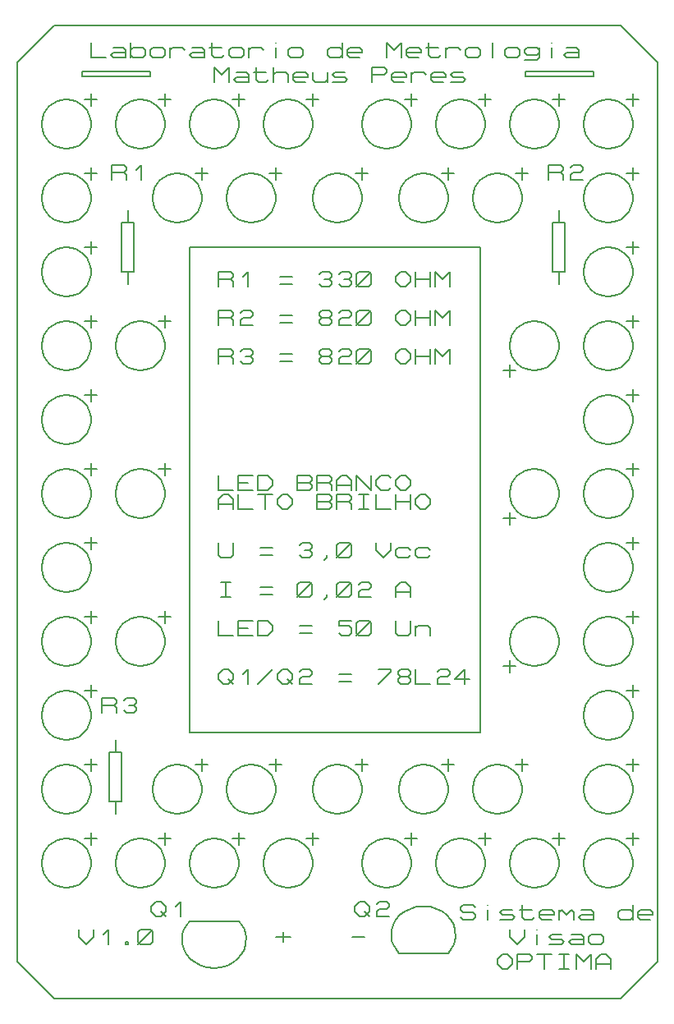
<source format=gbr>
G04 PROTEUS RS274X GERBER FILE*
%FSLAX45Y45*%
%MOMM*%
G01*
%ADD14C,0.203200*%
D14*
X+0Y-5000000D02*
X+3000000Y-5000000D01*
X+3000000Y+0D01*
X+0Y+0D01*
X+0Y-5000000D01*
X-1016000Y-254000D02*
X-1016827Y-233517D01*
X-1023545Y-192550D01*
X-1037563Y-151583D01*
X-1060341Y-110616D01*
X-1095141Y-69771D01*
X-1136108Y-38155D01*
X-1177075Y-17608D01*
X-1218042Y-5371D01*
X-1259009Y-238D01*
X-1270000Y+0D01*
X-1524000Y-254000D02*
X-1523173Y-233517D01*
X-1516455Y-192550D01*
X-1502437Y-151583D01*
X-1479659Y-110616D01*
X-1444859Y-69771D01*
X-1403892Y-38155D01*
X-1362925Y-17608D01*
X-1321958Y-5371D01*
X-1280991Y-238D01*
X-1270000Y+0D01*
X-1524000Y-254000D02*
X-1523173Y-274483D01*
X-1516455Y-315450D01*
X-1502437Y-356417D01*
X-1479659Y-397384D01*
X-1444859Y-438229D01*
X-1403892Y-469845D01*
X-1362925Y-490392D01*
X-1321958Y-502629D01*
X-1280991Y-507762D01*
X-1270000Y-508000D01*
X-1016000Y-254000D02*
X-1016827Y-274483D01*
X-1023545Y-315450D01*
X-1037563Y-356417D01*
X-1060341Y-397384D01*
X-1095141Y-438229D01*
X-1136108Y-469845D01*
X-1177075Y-490392D01*
X-1218042Y-502629D01*
X-1259009Y-507762D01*
X-1270000Y-508000D01*
X-1016000Y+63500D02*
X-1016000Y-63500D01*
X-952500Y+0D02*
X-1079500Y+0D01*
X-1016000Y-1016000D02*
X-1016827Y-995517D01*
X-1023545Y-954550D01*
X-1037563Y-913583D01*
X-1060341Y-872616D01*
X-1095141Y-831771D01*
X-1136108Y-800155D01*
X-1177075Y-779608D01*
X-1218042Y-767371D01*
X-1259009Y-762238D01*
X-1270000Y-762000D01*
X-1524000Y-1016000D02*
X-1523173Y-995517D01*
X-1516455Y-954550D01*
X-1502437Y-913583D01*
X-1479659Y-872616D01*
X-1444859Y-831771D01*
X-1403892Y-800155D01*
X-1362925Y-779608D01*
X-1321958Y-767371D01*
X-1280991Y-762238D01*
X-1270000Y-762000D01*
X-1524000Y-1016000D02*
X-1523173Y-1036483D01*
X-1516455Y-1077450D01*
X-1502437Y-1118417D01*
X-1479659Y-1159384D01*
X-1444859Y-1200229D01*
X-1403892Y-1231845D01*
X-1362925Y-1252392D01*
X-1321958Y-1264629D01*
X-1280991Y-1269762D01*
X-1270000Y-1270000D01*
X-1016000Y-1016000D02*
X-1016827Y-1036483D01*
X-1023545Y-1077450D01*
X-1037563Y-1118417D01*
X-1060341Y-1159384D01*
X-1095141Y-1200229D01*
X-1136108Y-1231845D01*
X-1177075Y-1252392D01*
X-1218042Y-1264629D01*
X-1259009Y-1269762D01*
X-1270000Y-1270000D01*
X-1016000Y-698500D02*
X-1016000Y-825500D01*
X-952500Y-762000D02*
X-1079500Y-762000D01*
X-1016000Y-1778000D02*
X-1016827Y-1757517D01*
X-1023545Y-1716550D01*
X-1037563Y-1675583D01*
X-1060341Y-1634616D01*
X-1095141Y-1593771D01*
X-1136108Y-1562155D01*
X-1177075Y-1541608D01*
X-1218042Y-1529371D01*
X-1259009Y-1524238D01*
X-1270000Y-1524000D01*
X-1524000Y-1778000D02*
X-1523173Y-1757517D01*
X-1516455Y-1716550D01*
X-1502437Y-1675583D01*
X-1479659Y-1634616D01*
X-1444859Y-1593771D01*
X-1403892Y-1562155D01*
X-1362925Y-1541608D01*
X-1321958Y-1529371D01*
X-1280991Y-1524238D01*
X-1270000Y-1524000D01*
X-1524000Y-1778000D02*
X-1523173Y-1798483D01*
X-1516455Y-1839450D01*
X-1502437Y-1880417D01*
X-1479659Y-1921384D01*
X-1444859Y-1962229D01*
X-1403892Y-1993845D01*
X-1362925Y-2014392D01*
X-1321958Y-2026629D01*
X-1280991Y-2031762D01*
X-1270000Y-2032000D01*
X-1016000Y-1778000D02*
X-1016827Y-1798483D01*
X-1023545Y-1839450D01*
X-1037563Y-1880417D01*
X-1060341Y-1921384D01*
X-1095141Y-1962229D01*
X-1136108Y-1993845D01*
X-1177075Y-2014392D01*
X-1218042Y-2026629D01*
X-1259009Y-2031762D01*
X-1270000Y-2032000D01*
X-1016000Y-1460500D02*
X-1016000Y-1587500D01*
X-952500Y-1524000D02*
X-1079500Y-1524000D01*
X-1016000Y-2540000D02*
X-1016827Y-2519517D01*
X-1023545Y-2478550D01*
X-1037563Y-2437583D01*
X-1060341Y-2396616D01*
X-1095141Y-2355771D01*
X-1136108Y-2324155D01*
X-1177075Y-2303608D01*
X-1218042Y-2291371D01*
X-1259009Y-2286238D01*
X-1270000Y-2286000D01*
X-1524000Y-2540000D02*
X-1523173Y-2519517D01*
X-1516455Y-2478550D01*
X-1502437Y-2437583D01*
X-1479659Y-2396616D01*
X-1444859Y-2355771D01*
X-1403892Y-2324155D01*
X-1362925Y-2303608D01*
X-1321958Y-2291371D01*
X-1280991Y-2286238D01*
X-1270000Y-2286000D01*
X-1524000Y-2540000D02*
X-1523173Y-2560483D01*
X-1516455Y-2601450D01*
X-1502437Y-2642417D01*
X-1479659Y-2683384D01*
X-1444859Y-2724229D01*
X-1403892Y-2755845D01*
X-1362925Y-2776392D01*
X-1321958Y-2788629D01*
X-1280991Y-2793762D01*
X-1270000Y-2794000D01*
X-1016000Y-2540000D02*
X-1016827Y-2560483D01*
X-1023545Y-2601450D01*
X-1037563Y-2642417D01*
X-1060341Y-2683384D01*
X-1095141Y-2724229D01*
X-1136108Y-2755845D01*
X-1177075Y-2776392D01*
X-1218042Y-2788629D01*
X-1259009Y-2793762D01*
X-1270000Y-2794000D01*
X-1016000Y-2222500D02*
X-1016000Y-2349500D01*
X-952500Y-2286000D02*
X-1079500Y-2286000D01*
X-1016000Y-3302000D02*
X-1016827Y-3281517D01*
X-1023545Y-3240550D01*
X-1037563Y-3199583D01*
X-1060341Y-3158616D01*
X-1095141Y-3117771D01*
X-1136108Y-3086155D01*
X-1177075Y-3065608D01*
X-1218042Y-3053371D01*
X-1259009Y-3048238D01*
X-1270000Y-3048000D01*
X-1524000Y-3302000D02*
X-1523173Y-3281517D01*
X-1516455Y-3240550D01*
X-1502437Y-3199583D01*
X-1479659Y-3158616D01*
X-1444859Y-3117771D01*
X-1403892Y-3086155D01*
X-1362925Y-3065608D01*
X-1321958Y-3053371D01*
X-1280991Y-3048238D01*
X-1270000Y-3048000D01*
X-1524000Y-3302000D02*
X-1523173Y-3322483D01*
X-1516455Y-3363450D01*
X-1502437Y-3404417D01*
X-1479659Y-3445384D01*
X-1444859Y-3486229D01*
X-1403892Y-3517845D01*
X-1362925Y-3538392D01*
X-1321958Y-3550629D01*
X-1280991Y-3555762D01*
X-1270000Y-3556000D01*
X-1016000Y-3302000D02*
X-1016827Y-3322483D01*
X-1023545Y-3363450D01*
X-1037563Y-3404417D01*
X-1060341Y-3445384D01*
X-1095141Y-3486229D01*
X-1136108Y-3517845D01*
X-1177075Y-3538392D01*
X-1218042Y-3550629D01*
X-1259009Y-3555762D01*
X-1270000Y-3556000D01*
X-1016000Y-2984500D02*
X-1016000Y-3111500D01*
X-952500Y-3048000D02*
X-1079500Y-3048000D01*
X-1016000Y-4064000D02*
X-1016827Y-4043517D01*
X-1023545Y-4002550D01*
X-1037563Y-3961583D01*
X-1060341Y-3920616D01*
X-1095141Y-3879771D01*
X-1136108Y-3848155D01*
X-1177075Y-3827608D01*
X-1218042Y-3815371D01*
X-1259009Y-3810238D01*
X-1270000Y-3810000D01*
X-1524000Y-4064000D02*
X-1523173Y-4043517D01*
X-1516455Y-4002550D01*
X-1502437Y-3961583D01*
X-1479659Y-3920616D01*
X-1444859Y-3879771D01*
X-1403892Y-3848155D01*
X-1362925Y-3827608D01*
X-1321958Y-3815371D01*
X-1280991Y-3810238D01*
X-1270000Y-3810000D01*
X-1524000Y-4064000D02*
X-1523173Y-4084483D01*
X-1516455Y-4125450D01*
X-1502437Y-4166417D01*
X-1479659Y-4207384D01*
X-1444859Y-4248229D01*
X-1403892Y-4279845D01*
X-1362925Y-4300392D01*
X-1321958Y-4312629D01*
X-1280991Y-4317762D01*
X-1270000Y-4318000D01*
X-1016000Y-4064000D02*
X-1016827Y-4084483D01*
X-1023545Y-4125450D01*
X-1037563Y-4166417D01*
X-1060341Y-4207384D01*
X-1095141Y-4248229D01*
X-1136108Y-4279845D01*
X-1177075Y-4300392D01*
X-1218042Y-4312629D01*
X-1259009Y-4317762D01*
X-1270000Y-4318000D01*
X-1016000Y-3746500D02*
X-1016000Y-3873500D01*
X-952500Y-3810000D02*
X-1079500Y-3810000D01*
X-1016000Y-4826000D02*
X-1016827Y-4805517D01*
X-1023545Y-4764550D01*
X-1037563Y-4723583D01*
X-1060341Y-4682616D01*
X-1095141Y-4641771D01*
X-1136108Y-4610155D01*
X-1177075Y-4589608D01*
X-1218042Y-4577371D01*
X-1259009Y-4572238D01*
X-1270000Y-4572000D01*
X-1524000Y-4826000D02*
X-1523173Y-4805517D01*
X-1516455Y-4764550D01*
X-1502437Y-4723583D01*
X-1479659Y-4682616D01*
X-1444859Y-4641771D01*
X-1403892Y-4610155D01*
X-1362925Y-4589608D01*
X-1321958Y-4577371D01*
X-1280991Y-4572238D01*
X-1270000Y-4572000D01*
X-1524000Y-4826000D02*
X-1523173Y-4846483D01*
X-1516455Y-4887450D01*
X-1502437Y-4928417D01*
X-1479659Y-4969384D01*
X-1444859Y-5010229D01*
X-1403892Y-5041845D01*
X-1362925Y-5062392D01*
X-1321958Y-5074629D01*
X-1280991Y-5079762D01*
X-1270000Y-5080000D01*
X-1016000Y-4826000D02*
X-1016827Y-4846483D01*
X-1023545Y-4887450D01*
X-1037563Y-4928417D01*
X-1060341Y-4969384D01*
X-1095141Y-5010229D01*
X-1136108Y-5041845D01*
X-1177075Y-5062392D01*
X-1218042Y-5074629D01*
X-1259009Y-5079762D01*
X-1270000Y-5080000D01*
X-1016000Y-4508500D02*
X-1016000Y-4635500D01*
X-952500Y-4572000D02*
X-1079500Y-4572000D01*
X-1016000Y-5588000D02*
X-1016827Y-5567517D01*
X-1023545Y-5526550D01*
X-1037563Y-5485583D01*
X-1060341Y-5444616D01*
X-1095141Y-5403771D01*
X-1136108Y-5372155D01*
X-1177075Y-5351608D01*
X-1218042Y-5339371D01*
X-1259009Y-5334238D01*
X-1270000Y-5334000D01*
X-1524000Y-5588000D02*
X-1523173Y-5567517D01*
X-1516455Y-5526550D01*
X-1502437Y-5485583D01*
X-1479659Y-5444616D01*
X-1444859Y-5403771D01*
X-1403892Y-5372155D01*
X-1362925Y-5351608D01*
X-1321958Y-5339371D01*
X-1280991Y-5334238D01*
X-1270000Y-5334000D01*
X-1524000Y-5588000D02*
X-1523173Y-5608483D01*
X-1516455Y-5649450D01*
X-1502437Y-5690417D01*
X-1479659Y-5731384D01*
X-1444859Y-5772229D01*
X-1403892Y-5803845D01*
X-1362925Y-5824392D01*
X-1321958Y-5836629D01*
X-1280991Y-5841762D01*
X-1270000Y-5842000D01*
X-1016000Y-5588000D02*
X-1016827Y-5608483D01*
X-1023545Y-5649450D01*
X-1037563Y-5690417D01*
X-1060341Y-5731384D01*
X-1095141Y-5772229D01*
X-1136108Y-5803845D01*
X-1177075Y-5824392D01*
X-1218042Y-5836629D01*
X-1259009Y-5841762D01*
X-1270000Y-5842000D01*
X-1016000Y-5270500D02*
X-1016000Y-5397500D01*
X-952500Y-5334000D02*
X-1079500Y-5334000D01*
X-1016000Y-6350000D02*
X-1016827Y-6329517D01*
X-1023545Y-6288550D01*
X-1037563Y-6247583D01*
X-1060341Y-6206616D01*
X-1095141Y-6165771D01*
X-1136108Y-6134155D01*
X-1177075Y-6113608D01*
X-1218042Y-6101371D01*
X-1259009Y-6096238D01*
X-1270000Y-6096000D01*
X-1524000Y-6350000D02*
X-1523173Y-6329517D01*
X-1516455Y-6288550D01*
X-1502437Y-6247583D01*
X-1479659Y-6206616D01*
X-1444859Y-6165771D01*
X-1403892Y-6134155D01*
X-1362925Y-6113608D01*
X-1321958Y-6101371D01*
X-1280991Y-6096238D01*
X-1270000Y-6096000D01*
X-1524000Y-6350000D02*
X-1523173Y-6370483D01*
X-1516455Y-6411450D01*
X-1502437Y-6452417D01*
X-1479659Y-6493384D01*
X-1444859Y-6534229D01*
X-1403892Y-6565845D01*
X-1362925Y-6586392D01*
X-1321958Y-6598629D01*
X-1280991Y-6603762D01*
X-1270000Y-6604000D01*
X-1016000Y-6350000D02*
X-1016827Y-6370483D01*
X-1023545Y-6411450D01*
X-1037563Y-6452417D01*
X-1060341Y-6493384D01*
X-1095141Y-6534229D01*
X-1136108Y-6565845D01*
X-1177075Y-6586392D01*
X-1218042Y-6598629D01*
X-1259009Y-6603762D01*
X-1270000Y-6604000D01*
X-1016000Y-6032500D02*
X-1016000Y-6159500D01*
X-952500Y-6096000D02*
X-1079500Y-6096000D01*
X-1016000Y+508000D02*
X-1016827Y+528483D01*
X-1023545Y+569450D01*
X-1037563Y+610417D01*
X-1060341Y+651384D01*
X-1095141Y+692229D01*
X-1136108Y+723845D01*
X-1177075Y+744392D01*
X-1218042Y+756629D01*
X-1259009Y+761762D01*
X-1270000Y+762000D01*
X-1524000Y+508000D02*
X-1523173Y+528483D01*
X-1516455Y+569450D01*
X-1502437Y+610417D01*
X-1479659Y+651384D01*
X-1444859Y+692229D01*
X-1403892Y+723845D01*
X-1362925Y+744392D01*
X-1321958Y+756629D01*
X-1280991Y+761762D01*
X-1270000Y+762000D01*
X-1524000Y+508000D02*
X-1523173Y+487517D01*
X-1516455Y+446550D01*
X-1502437Y+405583D01*
X-1479659Y+364616D01*
X-1444859Y+323771D01*
X-1403892Y+292155D01*
X-1362925Y+271608D01*
X-1321958Y+259371D01*
X-1280991Y+254238D01*
X-1270000Y+254000D01*
X-1016000Y+508000D02*
X-1016827Y+487517D01*
X-1023545Y+446550D01*
X-1037563Y+405583D01*
X-1060341Y+364616D01*
X-1095141Y+323771D01*
X-1136108Y+292155D01*
X-1177075Y+271608D01*
X-1218042Y+259371D01*
X-1259009Y+254238D01*
X-1270000Y+254000D01*
X-1016000Y+825500D02*
X-1016000Y+698500D01*
X-952500Y+762000D02*
X-1079500Y+762000D01*
X-1016000Y+1270000D02*
X-1016827Y+1290483D01*
X-1023545Y+1331450D01*
X-1037563Y+1372417D01*
X-1060341Y+1413384D01*
X-1095141Y+1454229D01*
X-1136108Y+1485845D01*
X-1177075Y+1506392D01*
X-1218042Y+1518629D01*
X-1259009Y+1523762D01*
X-1270000Y+1524000D01*
X-1524000Y+1270000D02*
X-1523173Y+1290483D01*
X-1516455Y+1331450D01*
X-1502437Y+1372417D01*
X-1479659Y+1413384D01*
X-1444859Y+1454229D01*
X-1403892Y+1485845D01*
X-1362925Y+1506392D01*
X-1321958Y+1518629D01*
X-1280991Y+1523762D01*
X-1270000Y+1524000D01*
X-1524000Y+1270000D02*
X-1523173Y+1249517D01*
X-1516455Y+1208550D01*
X-1502437Y+1167583D01*
X-1479659Y+1126616D01*
X-1444859Y+1085771D01*
X-1403892Y+1054155D01*
X-1362925Y+1033608D01*
X-1321958Y+1021371D01*
X-1280991Y+1016238D01*
X-1270000Y+1016000D01*
X-1016000Y+1270000D02*
X-1016827Y+1249517D01*
X-1023545Y+1208550D01*
X-1037563Y+1167583D01*
X-1060341Y+1126616D01*
X-1095141Y+1085771D01*
X-1136108Y+1054155D01*
X-1177075Y+1033608D01*
X-1218042Y+1021371D01*
X-1259009Y+1016238D01*
X-1270000Y+1016000D01*
X-1016000Y+1587500D02*
X-1016000Y+1460500D01*
X-952500Y+1524000D02*
X-1079500Y+1524000D01*
X+4572000Y-254000D02*
X+4571173Y-233517D01*
X+4564455Y-192550D01*
X+4550437Y-151583D01*
X+4527659Y-110616D01*
X+4492859Y-69771D01*
X+4451892Y-38155D01*
X+4410925Y-17608D01*
X+4369958Y-5371D01*
X+4328991Y-238D01*
X+4318000Y+0D01*
X+4064000Y-254000D02*
X+4064827Y-233517D01*
X+4071545Y-192550D01*
X+4085563Y-151583D01*
X+4108341Y-110616D01*
X+4143141Y-69771D01*
X+4184108Y-38155D01*
X+4225075Y-17608D01*
X+4266042Y-5371D01*
X+4307009Y-238D01*
X+4318000Y+0D01*
X+4064000Y-254000D02*
X+4064827Y-274483D01*
X+4071545Y-315450D01*
X+4085563Y-356417D01*
X+4108341Y-397384D01*
X+4143141Y-438229D01*
X+4184108Y-469845D01*
X+4225075Y-490392D01*
X+4266042Y-502629D01*
X+4307009Y-507762D01*
X+4318000Y-508000D01*
X+4572000Y-254000D02*
X+4571173Y-274483D01*
X+4564455Y-315450D01*
X+4550437Y-356417D01*
X+4527659Y-397384D01*
X+4492859Y-438229D01*
X+4451892Y-469845D01*
X+4410925Y-490392D01*
X+4369958Y-502629D01*
X+4328991Y-507762D01*
X+4318000Y-508000D01*
X+4572000Y+63500D02*
X+4572000Y-63500D01*
X+4635500Y+0D02*
X+4508500Y+0D01*
X+4572000Y-1016000D02*
X+4571173Y-995517D01*
X+4564455Y-954550D01*
X+4550437Y-913583D01*
X+4527659Y-872616D01*
X+4492859Y-831771D01*
X+4451892Y-800155D01*
X+4410925Y-779608D01*
X+4369958Y-767371D01*
X+4328991Y-762238D01*
X+4318000Y-762000D01*
X+4064000Y-1016000D02*
X+4064827Y-995517D01*
X+4071545Y-954550D01*
X+4085563Y-913583D01*
X+4108341Y-872616D01*
X+4143141Y-831771D01*
X+4184108Y-800155D01*
X+4225075Y-779608D01*
X+4266042Y-767371D01*
X+4307009Y-762238D01*
X+4318000Y-762000D01*
X+4064000Y-1016000D02*
X+4064827Y-1036483D01*
X+4071545Y-1077450D01*
X+4085563Y-1118417D01*
X+4108341Y-1159384D01*
X+4143141Y-1200229D01*
X+4184108Y-1231845D01*
X+4225075Y-1252392D01*
X+4266042Y-1264629D01*
X+4307009Y-1269762D01*
X+4318000Y-1270000D01*
X+4572000Y-1016000D02*
X+4571173Y-1036483D01*
X+4564455Y-1077450D01*
X+4550437Y-1118417D01*
X+4527659Y-1159384D01*
X+4492859Y-1200229D01*
X+4451892Y-1231845D01*
X+4410925Y-1252392D01*
X+4369958Y-1264629D01*
X+4328991Y-1269762D01*
X+4318000Y-1270000D01*
X+4572000Y-698500D02*
X+4572000Y-825500D01*
X+4635500Y-762000D02*
X+4508500Y-762000D01*
X+4572000Y-1778000D02*
X+4571173Y-1757517D01*
X+4564455Y-1716550D01*
X+4550437Y-1675583D01*
X+4527659Y-1634616D01*
X+4492859Y-1593771D01*
X+4451892Y-1562155D01*
X+4410925Y-1541608D01*
X+4369958Y-1529371D01*
X+4328991Y-1524238D01*
X+4318000Y-1524000D01*
X+4064000Y-1778000D02*
X+4064827Y-1757517D01*
X+4071545Y-1716550D01*
X+4085563Y-1675583D01*
X+4108341Y-1634616D01*
X+4143141Y-1593771D01*
X+4184108Y-1562155D01*
X+4225075Y-1541608D01*
X+4266042Y-1529371D01*
X+4307009Y-1524238D01*
X+4318000Y-1524000D01*
X+4064000Y-1778000D02*
X+4064827Y-1798483D01*
X+4071545Y-1839450D01*
X+4085563Y-1880417D01*
X+4108341Y-1921384D01*
X+4143141Y-1962229D01*
X+4184108Y-1993845D01*
X+4225075Y-2014392D01*
X+4266042Y-2026629D01*
X+4307009Y-2031762D01*
X+4318000Y-2032000D01*
X+4572000Y-1778000D02*
X+4571173Y-1798483D01*
X+4564455Y-1839450D01*
X+4550437Y-1880417D01*
X+4527659Y-1921384D01*
X+4492859Y-1962229D01*
X+4451892Y-1993845D01*
X+4410925Y-2014392D01*
X+4369958Y-2026629D01*
X+4328991Y-2031762D01*
X+4318000Y-2032000D01*
X+4572000Y-1460500D02*
X+4572000Y-1587500D01*
X+4635500Y-1524000D02*
X+4508500Y-1524000D01*
X+4572000Y-2540000D02*
X+4571173Y-2519517D01*
X+4564455Y-2478550D01*
X+4550437Y-2437583D01*
X+4527659Y-2396616D01*
X+4492859Y-2355771D01*
X+4451892Y-2324155D01*
X+4410925Y-2303608D01*
X+4369958Y-2291371D01*
X+4328991Y-2286238D01*
X+4318000Y-2286000D01*
X+4064000Y-2540000D02*
X+4064827Y-2519517D01*
X+4071545Y-2478550D01*
X+4085563Y-2437583D01*
X+4108341Y-2396616D01*
X+4143141Y-2355771D01*
X+4184108Y-2324155D01*
X+4225075Y-2303608D01*
X+4266042Y-2291371D01*
X+4307009Y-2286238D01*
X+4318000Y-2286000D01*
X+4064000Y-2540000D02*
X+4064827Y-2560483D01*
X+4071545Y-2601450D01*
X+4085563Y-2642417D01*
X+4108341Y-2683384D01*
X+4143141Y-2724229D01*
X+4184108Y-2755845D01*
X+4225075Y-2776392D01*
X+4266042Y-2788629D01*
X+4307009Y-2793762D01*
X+4318000Y-2794000D01*
X+4572000Y-2540000D02*
X+4571173Y-2560483D01*
X+4564455Y-2601450D01*
X+4550437Y-2642417D01*
X+4527659Y-2683384D01*
X+4492859Y-2724229D01*
X+4451892Y-2755845D01*
X+4410925Y-2776392D01*
X+4369958Y-2788629D01*
X+4328991Y-2793762D01*
X+4318000Y-2794000D01*
X+4572000Y-2222500D02*
X+4572000Y-2349500D01*
X+4635500Y-2286000D02*
X+4508500Y-2286000D01*
X+4572000Y-3302000D02*
X+4571173Y-3281517D01*
X+4564455Y-3240550D01*
X+4550437Y-3199583D01*
X+4527659Y-3158616D01*
X+4492859Y-3117771D01*
X+4451892Y-3086155D01*
X+4410925Y-3065608D01*
X+4369958Y-3053371D01*
X+4328991Y-3048238D01*
X+4318000Y-3048000D01*
X+4064000Y-3302000D02*
X+4064827Y-3281517D01*
X+4071545Y-3240550D01*
X+4085563Y-3199583D01*
X+4108341Y-3158616D01*
X+4143141Y-3117771D01*
X+4184108Y-3086155D01*
X+4225075Y-3065608D01*
X+4266042Y-3053371D01*
X+4307009Y-3048238D01*
X+4318000Y-3048000D01*
X+4064000Y-3302000D02*
X+4064827Y-3322483D01*
X+4071545Y-3363450D01*
X+4085563Y-3404417D01*
X+4108341Y-3445384D01*
X+4143141Y-3486229D01*
X+4184108Y-3517845D01*
X+4225075Y-3538392D01*
X+4266042Y-3550629D01*
X+4307009Y-3555762D01*
X+4318000Y-3556000D01*
X+4572000Y-3302000D02*
X+4571173Y-3322483D01*
X+4564455Y-3363450D01*
X+4550437Y-3404417D01*
X+4527659Y-3445384D01*
X+4492859Y-3486229D01*
X+4451892Y-3517845D01*
X+4410925Y-3538392D01*
X+4369958Y-3550629D01*
X+4328991Y-3555762D01*
X+4318000Y-3556000D01*
X+4572000Y-2984500D02*
X+4572000Y-3111500D01*
X+4635500Y-3048000D02*
X+4508500Y-3048000D01*
X+4572000Y-4064000D02*
X+4571173Y-4043517D01*
X+4564455Y-4002550D01*
X+4550437Y-3961583D01*
X+4527659Y-3920616D01*
X+4492859Y-3879771D01*
X+4451892Y-3848155D01*
X+4410925Y-3827608D01*
X+4369958Y-3815371D01*
X+4328991Y-3810238D01*
X+4318000Y-3810000D01*
X+4064000Y-4064000D02*
X+4064827Y-4043517D01*
X+4071545Y-4002550D01*
X+4085563Y-3961583D01*
X+4108341Y-3920616D01*
X+4143141Y-3879771D01*
X+4184108Y-3848155D01*
X+4225075Y-3827608D01*
X+4266042Y-3815371D01*
X+4307009Y-3810238D01*
X+4318000Y-3810000D01*
X+4064000Y-4064000D02*
X+4064827Y-4084483D01*
X+4071545Y-4125450D01*
X+4085563Y-4166417D01*
X+4108341Y-4207384D01*
X+4143141Y-4248229D01*
X+4184108Y-4279845D01*
X+4225075Y-4300392D01*
X+4266042Y-4312629D01*
X+4307009Y-4317762D01*
X+4318000Y-4318000D01*
X+4572000Y-4064000D02*
X+4571173Y-4084483D01*
X+4564455Y-4125450D01*
X+4550437Y-4166417D01*
X+4527659Y-4207384D01*
X+4492859Y-4248229D01*
X+4451892Y-4279845D01*
X+4410925Y-4300392D01*
X+4369958Y-4312629D01*
X+4328991Y-4317762D01*
X+4318000Y-4318000D01*
X+4572000Y-3746500D02*
X+4572000Y-3873500D01*
X+4635500Y-3810000D02*
X+4508500Y-3810000D01*
X+4572000Y-4826000D02*
X+4571173Y-4805517D01*
X+4564455Y-4764550D01*
X+4550437Y-4723583D01*
X+4527659Y-4682616D01*
X+4492859Y-4641771D01*
X+4451892Y-4610155D01*
X+4410925Y-4589608D01*
X+4369958Y-4577371D01*
X+4328991Y-4572238D01*
X+4318000Y-4572000D01*
X+4064000Y-4826000D02*
X+4064827Y-4805517D01*
X+4071545Y-4764550D01*
X+4085563Y-4723583D01*
X+4108341Y-4682616D01*
X+4143141Y-4641771D01*
X+4184108Y-4610155D01*
X+4225075Y-4589608D01*
X+4266042Y-4577371D01*
X+4307009Y-4572238D01*
X+4318000Y-4572000D01*
X+4064000Y-4826000D02*
X+4064827Y-4846483D01*
X+4071545Y-4887450D01*
X+4085563Y-4928417D01*
X+4108341Y-4969384D01*
X+4143141Y-5010229D01*
X+4184108Y-5041845D01*
X+4225075Y-5062392D01*
X+4266042Y-5074629D01*
X+4307009Y-5079762D01*
X+4318000Y-5080000D01*
X+4572000Y-4826000D02*
X+4571173Y-4846483D01*
X+4564455Y-4887450D01*
X+4550437Y-4928417D01*
X+4527659Y-4969384D01*
X+4492859Y-5010229D01*
X+4451892Y-5041845D01*
X+4410925Y-5062392D01*
X+4369958Y-5074629D01*
X+4328991Y-5079762D01*
X+4318000Y-5080000D01*
X+4572000Y-4508500D02*
X+4572000Y-4635500D01*
X+4635500Y-4572000D02*
X+4508500Y-4572000D01*
X+4572000Y-5588000D02*
X+4571173Y-5567517D01*
X+4564455Y-5526550D01*
X+4550437Y-5485583D01*
X+4527659Y-5444616D01*
X+4492859Y-5403771D01*
X+4451892Y-5372155D01*
X+4410925Y-5351608D01*
X+4369958Y-5339371D01*
X+4328991Y-5334238D01*
X+4318000Y-5334000D01*
X+4064000Y-5588000D02*
X+4064827Y-5567517D01*
X+4071545Y-5526550D01*
X+4085563Y-5485583D01*
X+4108341Y-5444616D01*
X+4143141Y-5403771D01*
X+4184108Y-5372155D01*
X+4225075Y-5351608D01*
X+4266042Y-5339371D01*
X+4307009Y-5334238D01*
X+4318000Y-5334000D01*
X+4064000Y-5588000D02*
X+4064827Y-5608483D01*
X+4071545Y-5649450D01*
X+4085563Y-5690417D01*
X+4108341Y-5731384D01*
X+4143141Y-5772229D01*
X+4184108Y-5803845D01*
X+4225075Y-5824392D01*
X+4266042Y-5836629D01*
X+4307009Y-5841762D01*
X+4318000Y-5842000D01*
X+4572000Y-5588000D02*
X+4571173Y-5608483D01*
X+4564455Y-5649450D01*
X+4550437Y-5690417D01*
X+4527659Y-5731384D01*
X+4492859Y-5772229D01*
X+4451892Y-5803845D01*
X+4410925Y-5824392D01*
X+4369958Y-5836629D01*
X+4328991Y-5841762D01*
X+4318000Y-5842000D01*
X+4572000Y-5270500D02*
X+4572000Y-5397500D01*
X+4635500Y-5334000D02*
X+4508500Y-5334000D01*
X+4572000Y-6350000D02*
X+4571173Y-6329517D01*
X+4564455Y-6288550D01*
X+4550437Y-6247583D01*
X+4527659Y-6206616D01*
X+4492859Y-6165771D01*
X+4451892Y-6134155D01*
X+4410925Y-6113608D01*
X+4369958Y-6101371D01*
X+4328991Y-6096238D01*
X+4318000Y-6096000D01*
X+4064000Y-6350000D02*
X+4064827Y-6329517D01*
X+4071545Y-6288550D01*
X+4085563Y-6247583D01*
X+4108341Y-6206616D01*
X+4143141Y-6165771D01*
X+4184108Y-6134155D01*
X+4225075Y-6113608D01*
X+4266042Y-6101371D01*
X+4307009Y-6096238D01*
X+4318000Y-6096000D01*
X+4064000Y-6350000D02*
X+4064827Y-6370483D01*
X+4071545Y-6411450D01*
X+4085563Y-6452417D01*
X+4108341Y-6493384D01*
X+4143141Y-6534229D01*
X+4184108Y-6565845D01*
X+4225075Y-6586392D01*
X+4266042Y-6598629D01*
X+4307009Y-6603762D01*
X+4318000Y-6604000D01*
X+4572000Y-6350000D02*
X+4571173Y-6370483D01*
X+4564455Y-6411450D01*
X+4550437Y-6452417D01*
X+4527659Y-6493384D01*
X+4492859Y-6534229D01*
X+4451892Y-6565845D01*
X+4410925Y-6586392D01*
X+4369958Y-6598629D01*
X+4328991Y-6603762D01*
X+4318000Y-6604000D01*
X+4572000Y-6032500D02*
X+4572000Y-6159500D01*
X+4635500Y-6096000D02*
X+4508500Y-6096000D01*
X+4572000Y+508000D02*
X+4571173Y+528483D01*
X+4564455Y+569450D01*
X+4550437Y+610417D01*
X+4527659Y+651384D01*
X+4492859Y+692229D01*
X+4451892Y+723845D01*
X+4410925Y+744392D01*
X+4369958Y+756629D01*
X+4328991Y+761762D01*
X+4318000Y+762000D01*
X+4064000Y+508000D02*
X+4064827Y+528483D01*
X+4071545Y+569450D01*
X+4085563Y+610417D01*
X+4108341Y+651384D01*
X+4143141Y+692229D01*
X+4184108Y+723845D01*
X+4225075Y+744392D01*
X+4266042Y+756629D01*
X+4307009Y+761762D01*
X+4318000Y+762000D01*
X+4064000Y+508000D02*
X+4064827Y+487517D01*
X+4071545Y+446550D01*
X+4085563Y+405583D01*
X+4108341Y+364616D01*
X+4143141Y+323771D01*
X+4184108Y+292155D01*
X+4225075Y+271608D01*
X+4266042Y+259371D01*
X+4307009Y+254238D01*
X+4318000Y+254000D01*
X+4572000Y+508000D02*
X+4571173Y+487517D01*
X+4564455Y+446550D01*
X+4550437Y+405583D01*
X+4527659Y+364616D01*
X+4492859Y+323771D01*
X+4451892Y+292155D01*
X+4410925Y+271608D01*
X+4369958Y+259371D01*
X+4328991Y+254238D01*
X+4318000Y+254000D01*
X+4572000Y+825500D02*
X+4572000Y+698500D01*
X+4635500Y+762000D02*
X+4508500Y+762000D01*
X+4572000Y+1270000D02*
X+4571173Y+1290483D01*
X+4564455Y+1331450D01*
X+4550437Y+1372417D01*
X+4527659Y+1413384D01*
X+4492859Y+1454229D01*
X+4451892Y+1485845D01*
X+4410925Y+1506392D01*
X+4369958Y+1518629D01*
X+4328991Y+1523762D01*
X+4318000Y+1524000D01*
X+4064000Y+1270000D02*
X+4064827Y+1290483D01*
X+4071545Y+1331450D01*
X+4085563Y+1372417D01*
X+4108341Y+1413384D01*
X+4143141Y+1454229D01*
X+4184108Y+1485845D01*
X+4225075Y+1506392D01*
X+4266042Y+1518629D01*
X+4307009Y+1523762D01*
X+4318000Y+1524000D01*
X+4064000Y+1270000D02*
X+4064827Y+1249517D01*
X+4071545Y+1208550D01*
X+4085563Y+1167583D01*
X+4108341Y+1126616D01*
X+4143141Y+1085771D01*
X+4184108Y+1054155D01*
X+4225075Y+1033608D01*
X+4266042Y+1021371D01*
X+4307009Y+1016238D01*
X+4318000Y+1016000D01*
X+4572000Y+1270000D02*
X+4571173Y+1249517D01*
X+4564455Y+1208550D01*
X+4550437Y+1167583D01*
X+4527659Y+1126616D01*
X+4492859Y+1085771D01*
X+4451892Y+1054155D01*
X+4410925Y+1033608D01*
X+4369958Y+1021371D01*
X+4328991Y+1016238D01*
X+4318000Y+1016000D01*
X+4572000Y+1587500D02*
X+4572000Y+1460500D01*
X+4635500Y+1524000D02*
X+4508500Y+1524000D01*
X-254000Y+1270000D02*
X-254827Y+1290483D01*
X-261545Y+1331450D01*
X-275563Y+1372417D01*
X-298341Y+1413384D01*
X-333141Y+1454229D01*
X-374108Y+1485845D01*
X-415075Y+1506392D01*
X-456042Y+1518629D01*
X-497009Y+1523762D01*
X-508000Y+1524000D01*
X-762000Y+1270000D02*
X-761173Y+1290483D01*
X-754455Y+1331450D01*
X-740437Y+1372417D01*
X-717659Y+1413384D01*
X-682859Y+1454229D01*
X-641892Y+1485845D01*
X-600925Y+1506392D01*
X-559958Y+1518629D01*
X-518991Y+1523762D01*
X-508000Y+1524000D01*
X-762000Y+1270000D02*
X-761173Y+1249517D01*
X-754455Y+1208550D01*
X-740437Y+1167583D01*
X-717659Y+1126616D01*
X-682859Y+1085771D01*
X-641892Y+1054155D01*
X-600925Y+1033608D01*
X-559958Y+1021371D01*
X-518991Y+1016238D01*
X-508000Y+1016000D01*
X-254000Y+1270000D02*
X-254827Y+1249517D01*
X-261545Y+1208550D01*
X-275563Y+1167583D01*
X-298341Y+1126616D01*
X-333141Y+1085771D01*
X-374108Y+1054155D01*
X-415075Y+1033608D01*
X-456042Y+1021371D01*
X-497009Y+1016238D01*
X-508000Y+1016000D01*
X-254000Y+1587500D02*
X-254000Y+1460500D01*
X-190500Y+1524000D02*
X-317500Y+1524000D01*
X+508000Y+1270000D02*
X+507173Y+1290483D01*
X+500455Y+1331450D01*
X+486437Y+1372417D01*
X+463659Y+1413384D01*
X+428859Y+1454229D01*
X+387892Y+1485845D01*
X+346925Y+1506392D01*
X+305958Y+1518629D01*
X+264991Y+1523762D01*
X+254000Y+1524000D01*
X+0Y+1270000D02*
X+827Y+1290483D01*
X+7545Y+1331450D01*
X+21563Y+1372417D01*
X+44341Y+1413384D01*
X+79141Y+1454229D01*
X+120108Y+1485845D01*
X+161075Y+1506392D01*
X+202042Y+1518629D01*
X+243009Y+1523762D01*
X+254000Y+1524000D01*
X+0Y+1270000D02*
X+827Y+1249517D01*
X+7545Y+1208550D01*
X+21563Y+1167583D01*
X+44341Y+1126616D01*
X+79141Y+1085771D01*
X+120108Y+1054155D01*
X+161075Y+1033608D01*
X+202042Y+1021371D01*
X+243009Y+1016238D01*
X+254000Y+1016000D01*
X+508000Y+1270000D02*
X+507173Y+1249517D01*
X+500455Y+1208550D01*
X+486437Y+1167583D01*
X+463659Y+1126616D01*
X+428859Y+1085771D01*
X+387892Y+1054155D01*
X+346925Y+1033608D01*
X+305958Y+1021371D01*
X+264991Y+1016238D01*
X+254000Y+1016000D01*
X+508000Y+1587500D02*
X+508000Y+1460500D01*
X+571500Y+1524000D02*
X+444500Y+1524000D01*
X+2286000Y+1270000D02*
X+2285173Y+1290483D01*
X+2278455Y+1331450D01*
X+2264437Y+1372417D01*
X+2241659Y+1413384D01*
X+2206859Y+1454229D01*
X+2165892Y+1485845D01*
X+2124925Y+1506392D01*
X+2083958Y+1518629D01*
X+2042991Y+1523762D01*
X+2032000Y+1524000D01*
X+1778000Y+1270000D02*
X+1778827Y+1290483D01*
X+1785545Y+1331450D01*
X+1799563Y+1372417D01*
X+1822341Y+1413384D01*
X+1857141Y+1454229D01*
X+1898108Y+1485845D01*
X+1939075Y+1506392D01*
X+1980042Y+1518629D01*
X+2021009Y+1523762D01*
X+2032000Y+1524000D01*
X+1778000Y+1270000D02*
X+1778827Y+1249517D01*
X+1785545Y+1208550D01*
X+1799563Y+1167583D01*
X+1822341Y+1126616D01*
X+1857141Y+1085771D01*
X+1898108Y+1054155D01*
X+1939075Y+1033608D01*
X+1980042Y+1021371D01*
X+2021009Y+1016238D01*
X+2032000Y+1016000D01*
X+2286000Y+1270000D02*
X+2285173Y+1249517D01*
X+2278455Y+1208550D01*
X+2264437Y+1167583D01*
X+2241659Y+1126616D01*
X+2206859Y+1085771D01*
X+2165892Y+1054155D01*
X+2124925Y+1033608D01*
X+2083958Y+1021371D01*
X+2042991Y+1016238D01*
X+2032000Y+1016000D01*
X+2286000Y+1587500D02*
X+2286000Y+1460500D01*
X+2349500Y+1524000D02*
X+2222500Y+1524000D01*
X+3048000Y+1270000D02*
X+3047173Y+1290483D01*
X+3040455Y+1331450D01*
X+3026437Y+1372417D01*
X+3003659Y+1413384D01*
X+2968859Y+1454229D01*
X+2927892Y+1485845D01*
X+2886925Y+1506392D01*
X+2845958Y+1518629D01*
X+2804991Y+1523762D01*
X+2794000Y+1524000D01*
X+2540000Y+1270000D02*
X+2540827Y+1290483D01*
X+2547545Y+1331450D01*
X+2561563Y+1372417D01*
X+2584341Y+1413384D01*
X+2619141Y+1454229D01*
X+2660108Y+1485845D01*
X+2701075Y+1506392D01*
X+2742042Y+1518629D01*
X+2783009Y+1523762D01*
X+2794000Y+1524000D01*
X+2540000Y+1270000D02*
X+2540827Y+1249517D01*
X+2547545Y+1208550D01*
X+2561563Y+1167583D01*
X+2584341Y+1126616D01*
X+2619141Y+1085771D01*
X+2660108Y+1054155D01*
X+2701075Y+1033608D01*
X+2742042Y+1021371D01*
X+2783009Y+1016238D01*
X+2794000Y+1016000D01*
X+3048000Y+1270000D02*
X+3047173Y+1249517D01*
X+3040455Y+1208550D01*
X+3026437Y+1167583D01*
X+3003659Y+1126616D01*
X+2968859Y+1085771D01*
X+2927892Y+1054155D01*
X+2886925Y+1033608D01*
X+2845958Y+1021371D01*
X+2804991Y+1016238D01*
X+2794000Y+1016000D01*
X+3048000Y+1587500D02*
X+3048000Y+1460500D01*
X+3111500Y+1524000D02*
X+2984500Y+1524000D01*
X+3810000Y+1270000D02*
X+3809173Y+1290483D01*
X+3802455Y+1331450D01*
X+3788437Y+1372417D01*
X+3765659Y+1413384D01*
X+3730859Y+1454229D01*
X+3689892Y+1485845D01*
X+3648925Y+1506392D01*
X+3607958Y+1518629D01*
X+3566991Y+1523762D01*
X+3556000Y+1524000D01*
X+3302000Y+1270000D02*
X+3302827Y+1290483D01*
X+3309545Y+1331450D01*
X+3323563Y+1372417D01*
X+3346341Y+1413384D01*
X+3381141Y+1454229D01*
X+3422108Y+1485845D01*
X+3463075Y+1506392D01*
X+3504042Y+1518629D01*
X+3545009Y+1523762D01*
X+3556000Y+1524000D01*
X+3302000Y+1270000D02*
X+3302827Y+1249517D01*
X+3309545Y+1208550D01*
X+3323563Y+1167583D01*
X+3346341Y+1126616D01*
X+3381141Y+1085771D01*
X+3422108Y+1054155D01*
X+3463075Y+1033608D01*
X+3504042Y+1021371D01*
X+3545009Y+1016238D01*
X+3556000Y+1016000D01*
X+3810000Y+1270000D02*
X+3809173Y+1249517D01*
X+3802455Y+1208550D01*
X+3788437Y+1167583D01*
X+3765659Y+1126616D01*
X+3730859Y+1085771D01*
X+3689892Y+1054155D01*
X+3648925Y+1033608D01*
X+3607958Y+1021371D01*
X+3566991Y+1016238D01*
X+3556000Y+1016000D01*
X+3810000Y+1587500D02*
X+3810000Y+1460500D01*
X+3873500Y+1524000D02*
X+3746500Y+1524000D01*
X+1270000Y+1270000D02*
X+1269173Y+1290483D01*
X+1262455Y+1331450D01*
X+1248437Y+1372417D01*
X+1225659Y+1413384D01*
X+1190859Y+1454229D01*
X+1149892Y+1485845D01*
X+1108925Y+1506392D01*
X+1067958Y+1518629D01*
X+1026991Y+1523762D01*
X+1016000Y+1524000D01*
X+762000Y+1270000D02*
X+762827Y+1290483D01*
X+769545Y+1331450D01*
X+783563Y+1372417D01*
X+806341Y+1413384D01*
X+841141Y+1454229D01*
X+882108Y+1485845D01*
X+923075Y+1506392D01*
X+964042Y+1518629D01*
X+1005009Y+1523762D01*
X+1016000Y+1524000D01*
X+762000Y+1270000D02*
X+762827Y+1249517D01*
X+769545Y+1208550D01*
X+783563Y+1167583D01*
X+806341Y+1126616D01*
X+841141Y+1085771D01*
X+882108Y+1054155D01*
X+923075Y+1033608D01*
X+964042Y+1021371D01*
X+1005009Y+1016238D01*
X+1016000Y+1016000D01*
X+1270000Y+1270000D02*
X+1269173Y+1249517D01*
X+1262455Y+1208550D01*
X+1248437Y+1167583D01*
X+1225659Y+1126616D01*
X+1190859Y+1085771D01*
X+1149892Y+1054155D01*
X+1108925Y+1033608D01*
X+1067958Y+1021371D01*
X+1026991Y+1016238D01*
X+1016000Y+1016000D01*
X+1270000Y+1587500D02*
X+1270000Y+1460500D01*
X+1333500Y+1524000D02*
X+1206500Y+1524000D01*
X+127000Y+508000D02*
X+126173Y+528483D01*
X+119455Y+569450D01*
X+105437Y+610417D01*
X+82659Y+651384D01*
X+47859Y+692229D01*
X+6892Y+723845D01*
X-34075Y+744392D01*
X-75042Y+756629D01*
X-116009Y+761762D01*
X-127000Y+762000D01*
X-381000Y+508000D02*
X-380173Y+528483D01*
X-373455Y+569450D01*
X-359437Y+610417D01*
X-336659Y+651384D01*
X-301859Y+692229D01*
X-260892Y+723845D01*
X-219925Y+744392D01*
X-178958Y+756629D01*
X-137991Y+761762D01*
X-127000Y+762000D01*
X-381000Y+508000D02*
X-380173Y+487517D01*
X-373455Y+446550D01*
X-359437Y+405583D01*
X-336659Y+364616D01*
X-301859Y+323771D01*
X-260892Y+292155D01*
X-219925Y+271608D01*
X-178958Y+259371D01*
X-137991Y+254238D01*
X-127000Y+254000D01*
X+127000Y+508000D02*
X+126173Y+487517D01*
X+119455Y+446550D01*
X+105437Y+405583D01*
X+82659Y+364616D01*
X+47859Y+323771D01*
X+6892Y+292155D01*
X-34075Y+271608D01*
X-75042Y+259371D01*
X-116009Y+254238D01*
X-127000Y+254000D01*
X+127000Y+825500D02*
X+127000Y+698500D01*
X+190500Y+762000D02*
X+63500Y+762000D01*
X+889000Y+508000D02*
X+888173Y+528483D01*
X+881455Y+569450D01*
X+867437Y+610417D01*
X+844659Y+651384D01*
X+809859Y+692229D01*
X+768892Y+723845D01*
X+727925Y+744392D01*
X+686958Y+756629D01*
X+645991Y+761762D01*
X+635000Y+762000D01*
X+381000Y+508000D02*
X+381827Y+528483D01*
X+388545Y+569450D01*
X+402563Y+610417D01*
X+425341Y+651384D01*
X+460141Y+692229D01*
X+501108Y+723845D01*
X+542075Y+744392D01*
X+583042Y+756629D01*
X+624009Y+761762D01*
X+635000Y+762000D01*
X+381000Y+508000D02*
X+381827Y+487517D01*
X+388545Y+446550D01*
X+402563Y+405583D01*
X+425341Y+364616D01*
X+460141Y+323771D01*
X+501108Y+292155D01*
X+542075Y+271608D01*
X+583042Y+259371D01*
X+624009Y+254238D01*
X+635000Y+254000D01*
X+889000Y+508000D02*
X+888173Y+487517D01*
X+881455Y+446550D01*
X+867437Y+405583D01*
X+844659Y+364616D01*
X+809859Y+323771D01*
X+768892Y+292155D01*
X+727925Y+271608D01*
X+686958Y+259371D01*
X+645991Y+254238D01*
X+635000Y+254000D01*
X+889000Y+825500D02*
X+889000Y+698500D01*
X+952500Y+762000D02*
X+825500Y+762000D01*
X+1778000Y+508000D02*
X+1777173Y+528483D01*
X+1770455Y+569450D01*
X+1756437Y+610417D01*
X+1733659Y+651384D01*
X+1698859Y+692229D01*
X+1657892Y+723845D01*
X+1616925Y+744392D01*
X+1575958Y+756629D01*
X+1534991Y+761762D01*
X+1524000Y+762000D01*
X+1270000Y+508000D02*
X+1270827Y+528483D01*
X+1277545Y+569450D01*
X+1291563Y+610417D01*
X+1314341Y+651384D01*
X+1349141Y+692229D01*
X+1390108Y+723845D01*
X+1431075Y+744392D01*
X+1472042Y+756629D01*
X+1513009Y+761762D01*
X+1524000Y+762000D01*
X+1270000Y+508000D02*
X+1270827Y+487517D01*
X+1277545Y+446550D01*
X+1291563Y+405583D01*
X+1314341Y+364616D01*
X+1349141Y+323771D01*
X+1390108Y+292155D01*
X+1431075Y+271608D01*
X+1472042Y+259371D01*
X+1513009Y+254238D01*
X+1524000Y+254000D01*
X+1778000Y+508000D02*
X+1777173Y+487517D01*
X+1770455Y+446550D01*
X+1756437Y+405583D01*
X+1733659Y+364616D01*
X+1698859Y+323771D01*
X+1657892Y+292155D01*
X+1616925Y+271608D01*
X+1575958Y+259371D01*
X+1534991Y+254238D01*
X+1524000Y+254000D01*
X+1778000Y+825500D02*
X+1778000Y+698500D01*
X+1841500Y+762000D02*
X+1714500Y+762000D01*
X+2667000Y+508000D02*
X+2666173Y+528483D01*
X+2659455Y+569450D01*
X+2645437Y+610417D01*
X+2622659Y+651384D01*
X+2587859Y+692229D01*
X+2546892Y+723845D01*
X+2505925Y+744392D01*
X+2464958Y+756629D01*
X+2423991Y+761762D01*
X+2413000Y+762000D01*
X+2159000Y+508000D02*
X+2159827Y+528483D01*
X+2166545Y+569450D01*
X+2180563Y+610417D01*
X+2203341Y+651384D01*
X+2238141Y+692229D01*
X+2279108Y+723845D01*
X+2320075Y+744392D01*
X+2361042Y+756629D01*
X+2402009Y+761762D01*
X+2413000Y+762000D01*
X+2159000Y+508000D02*
X+2159827Y+487517D01*
X+2166545Y+446550D01*
X+2180563Y+405583D01*
X+2203341Y+364616D01*
X+2238141Y+323771D01*
X+2279108Y+292155D01*
X+2320075Y+271608D01*
X+2361042Y+259371D01*
X+2402009Y+254238D01*
X+2413000Y+254000D01*
X+2667000Y+508000D02*
X+2666173Y+487517D01*
X+2659455Y+446550D01*
X+2645437Y+405583D01*
X+2622659Y+364616D01*
X+2587859Y+323771D01*
X+2546892Y+292155D01*
X+2505925Y+271608D01*
X+2464958Y+259371D01*
X+2423991Y+254238D01*
X+2413000Y+254000D01*
X+2667000Y+825500D02*
X+2667000Y+698500D01*
X+2730500Y+762000D02*
X+2603500Y+762000D01*
X+3429000Y+508000D02*
X+3428173Y+528483D01*
X+3421455Y+569450D01*
X+3407437Y+610417D01*
X+3384659Y+651384D01*
X+3349859Y+692229D01*
X+3308892Y+723845D01*
X+3267925Y+744392D01*
X+3226958Y+756629D01*
X+3185991Y+761762D01*
X+3175000Y+762000D01*
X+2921000Y+508000D02*
X+2921827Y+528483D01*
X+2928545Y+569450D01*
X+2942563Y+610417D01*
X+2965341Y+651384D01*
X+3000141Y+692229D01*
X+3041108Y+723845D01*
X+3082075Y+744392D01*
X+3123042Y+756629D01*
X+3164009Y+761762D01*
X+3175000Y+762000D01*
X+2921000Y+508000D02*
X+2921827Y+487517D01*
X+2928545Y+446550D01*
X+2942563Y+405583D01*
X+2965341Y+364616D01*
X+3000141Y+323771D01*
X+3041108Y+292155D01*
X+3082075Y+271608D01*
X+3123042Y+259371D01*
X+3164009Y+254238D01*
X+3175000Y+254000D01*
X+3429000Y+508000D02*
X+3428173Y+487517D01*
X+3421455Y+446550D01*
X+3407437Y+405583D01*
X+3384659Y+364616D01*
X+3349859Y+323771D01*
X+3308892Y+292155D01*
X+3267925Y+271608D01*
X+3226958Y+259371D01*
X+3185991Y+254238D01*
X+3175000Y+254000D01*
X+3429000Y+825500D02*
X+3429000Y+698500D01*
X+3492500Y+762000D02*
X+3365500Y+762000D01*
X-254000Y-6350000D02*
X-254827Y-6329517D01*
X-261545Y-6288550D01*
X-275563Y-6247583D01*
X-298341Y-6206616D01*
X-333141Y-6165771D01*
X-374108Y-6134155D01*
X-415075Y-6113608D01*
X-456042Y-6101371D01*
X-497009Y-6096238D01*
X-508000Y-6096000D01*
X-762000Y-6350000D02*
X-761173Y-6329517D01*
X-754455Y-6288550D01*
X-740437Y-6247583D01*
X-717659Y-6206616D01*
X-682859Y-6165771D01*
X-641892Y-6134155D01*
X-600925Y-6113608D01*
X-559958Y-6101371D01*
X-518991Y-6096238D01*
X-508000Y-6096000D01*
X-762000Y-6350000D02*
X-761173Y-6370483D01*
X-754455Y-6411450D01*
X-740437Y-6452417D01*
X-717659Y-6493384D01*
X-682859Y-6534229D01*
X-641892Y-6565845D01*
X-600925Y-6586392D01*
X-559958Y-6598629D01*
X-518991Y-6603762D01*
X-508000Y-6604000D01*
X-254000Y-6350000D02*
X-254827Y-6370483D01*
X-261545Y-6411450D01*
X-275563Y-6452417D01*
X-298341Y-6493384D01*
X-333141Y-6534229D01*
X-374108Y-6565845D01*
X-415075Y-6586392D01*
X-456042Y-6598629D01*
X-497009Y-6603762D01*
X-508000Y-6604000D01*
X-254000Y-6032500D02*
X-254000Y-6159500D01*
X-190500Y-6096000D02*
X-317500Y-6096000D01*
X+508000Y-6350000D02*
X+507173Y-6329517D01*
X+500455Y-6288550D01*
X+486437Y-6247583D01*
X+463659Y-6206616D01*
X+428859Y-6165771D01*
X+387892Y-6134155D01*
X+346925Y-6113608D01*
X+305958Y-6101371D01*
X+264991Y-6096238D01*
X+254000Y-6096000D01*
X+0Y-6350000D02*
X+827Y-6329517D01*
X+7545Y-6288550D01*
X+21563Y-6247583D01*
X+44341Y-6206616D01*
X+79141Y-6165771D01*
X+120108Y-6134155D01*
X+161075Y-6113608D01*
X+202042Y-6101371D01*
X+243009Y-6096238D01*
X+254000Y-6096000D01*
X+0Y-6350000D02*
X+827Y-6370483D01*
X+7545Y-6411450D01*
X+21563Y-6452417D01*
X+44341Y-6493384D01*
X+79141Y-6534229D01*
X+120108Y-6565845D01*
X+161075Y-6586392D01*
X+202042Y-6598629D01*
X+243009Y-6603762D01*
X+254000Y-6604000D01*
X+508000Y-6350000D02*
X+507173Y-6370483D01*
X+500455Y-6411450D01*
X+486437Y-6452417D01*
X+463659Y-6493384D01*
X+428859Y-6534229D01*
X+387892Y-6565845D01*
X+346925Y-6586392D01*
X+305958Y-6598629D01*
X+264991Y-6603762D01*
X+254000Y-6604000D01*
X+508000Y-6032500D02*
X+508000Y-6159500D01*
X+571500Y-6096000D02*
X+444500Y-6096000D01*
X+1270000Y-6350000D02*
X+1269173Y-6329517D01*
X+1262455Y-6288550D01*
X+1248437Y-6247583D01*
X+1225659Y-6206616D01*
X+1190859Y-6165771D01*
X+1149892Y-6134155D01*
X+1108925Y-6113608D01*
X+1067958Y-6101371D01*
X+1026991Y-6096238D01*
X+1016000Y-6096000D01*
X+762000Y-6350000D02*
X+762827Y-6329517D01*
X+769545Y-6288550D01*
X+783563Y-6247583D01*
X+806341Y-6206616D01*
X+841141Y-6165771D01*
X+882108Y-6134155D01*
X+923075Y-6113608D01*
X+964042Y-6101371D01*
X+1005009Y-6096238D01*
X+1016000Y-6096000D01*
X+762000Y-6350000D02*
X+762827Y-6370483D01*
X+769545Y-6411450D01*
X+783563Y-6452417D01*
X+806341Y-6493384D01*
X+841141Y-6534229D01*
X+882108Y-6565845D01*
X+923075Y-6586392D01*
X+964042Y-6598629D01*
X+1005009Y-6603762D01*
X+1016000Y-6604000D01*
X+1270000Y-6350000D02*
X+1269173Y-6370483D01*
X+1262455Y-6411450D01*
X+1248437Y-6452417D01*
X+1225659Y-6493384D01*
X+1190859Y-6534229D01*
X+1149892Y-6565845D01*
X+1108925Y-6586392D01*
X+1067958Y-6598629D01*
X+1026991Y-6603762D01*
X+1016000Y-6604000D01*
X+1270000Y-6032500D02*
X+1270000Y-6159500D01*
X+1333500Y-6096000D02*
X+1206500Y-6096000D01*
X+3810000Y-6350000D02*
X+3809173Y-6329517D01*
X+3802455Y-6288550D01*
X+3788437Y-6247583D01*
X+3765659Y-6206616D01*
X+3730859Y-6165771D01*
X+3689892Y-6134155D01*
X+3648925Y-6113608D01*
X+3607958Y-6101371D01*
X+3566991Y-6096238D01*
X+3556000Y-6096000D01*
X+3302000Y-6350000D02*
X+3302827Y-6329517D01*
X+3309545Y-6288550D01*
X+3323563Y-6247583D01*
X+3346341Y-6206616D01*
X+3381141Y-6165771D01*
X+3422108Y-6134155D01*
X+3463075Y-6113608D01*
X+3504042Y-6101371D01*
X+3545009Y-6096238D01*
X+3556000Y-6096000D01*
X+3302000Y-6350000D02*
X+3302827Y-6370483D01*
X+3309545Y-6411450D01*
X+3323563Y-6452417D01*
X+3346341Y-6493384D01*
X+3381141Y-6534229D01*
X+3422108Y-6565845D01*
X+3463075Y-6586392D01*
X+3504042Y-6598629D01*
X+3545009Y-6603762D01*
X+3556000Y-6604000D01*
X+3810000Y-6350000D02*
X+3809173Y-6370483D01*
X+3802455Y-6411450D01*
X+3788437Y-6452417D01*
X+3765659Y-6493384D01*
X+3730859Y-6534229D01*
X+3689892Y-6565845D01*
X+3648925Y-6586392D01*
X+3607958Y-6598629D01*
X+3566991Y-6603762D01*
X+3556000Y-6604000D01*
X+3810000Y-6032500D02*
X+3810000Y-6159500D01*
X+3873500Y-6096000D02*
X+3746500Y-6096000D01*
X+3048000Y-6350000D02*
X+3047173Y-6329517D01*
X+3040455Y-6288550D01*
X+3026437Y-6247583D01*
X+3003659Y-6206616D01*
X+2968859Y-6165771D01*
X+2927892Y-6134155D01*
X+2886925Y-6113608D01*
X+2845958Y-6101371D01*
X+2804991Y-6096238D01*
X+2794000Y-6096000D01*
X+2540000Y-6350000D02*
X+2540827Y-6329517D01*
X+2547545Y-6288550D01*
X+2561563Y-6247583D01*
X+2584341Y-6206616D01*
X+2619141Y-6165771D01*
X+2660108Y-6134155D01*
X+2701075Y-6113608D01*
X+2742042Y-6101371D01*
X+2783009Y-6096238D01*
X+2794000Y-6096000D01*
X+2540000Y-6350000D02*
X+2540827Y-6370483D01*
X+2547545Y-6411450D01*
X+2561563Y-6452417D01*
X+2584341Y-6493384D01*
X+2619141Y-6534229D01*
X+2660108Y-6565845D01*
X+2701075Y-6586392D01*
X+2742042Y-6598629D01*
X+2783009Y-6603762D01*
X+2794000Y-6604000D01*
X+3048000Y-6350000D02*
X+3047173Y-6370483D01*
X+3040455Y-6411450D01*
X+3026437Y-6452417D01*
X+3003659Y-6493384D01*
X+2968859Y-6534229D01*
X+2927892Y-6565845D01*
X+2886925Y-6586392D01*
X+2845958Y-6598629D01*
X+2804991Y-6603762D01*
X+2794000Y-6604000D01*
X+3048000Y-6032500D02*
X+3048000Y-6159500D01*
X+3111500Y-6096000D02*
X+2984500Y-6096000D01*
X+2286000Y-6350000D02*
X+2285173Y-6329517D01*
X+2278455Y-6288550D01*
X+2264437Y-6247583D01*
X+2241659Y-6206616D01*
X+2206859Y-6165771D01*
X+2165892Y-6134155D01*
X+2124925Y-6113608D01*
X+2083958Y-6101371D01*
X+2042991Y-6096238D01*
X+2032000Y-6096000D01*
X+1778000Y-6350000D02*
X+1778827Y-6329517D01*
X+1785545Y-6288550D01*
X+1799563Y-6247583D01*
X+1822341Y-6206616D01*
X+1857141Y-6165771D01*
X+1898108Y-6134155D01*
X+1939075Y-6113608D01*
X+1980042Y-6101371D01*
X+2021009Y-6096238D01*
X+2032000Y-6096000D01*
X+1778000Y-6350000D02*
X+1778827Y-6370483D01*
X+1785545Y-6411450D01*
X+1799563Y-6452417D01*
X+1822341Y-6493384D01*
X+1857141Y-6534229D01*
X+1898108Y-6565845D01*
X+1939075Y-6586392D01*
X+1980042Y-6598629D01*
X+2021009Y-6603762D01*
X+2032000Y-6604000D01*
X+2286000Y-6350000D02*
X+2285173Y-6370483D01*
X+2278455Y-6411450D01*
X+2264437Y-6452417D01*
X+2241659Y-6493384D01*
X+2206859Y-6534229D01*
X+2165892Y-6565845D01*
X+2124925Y-6586392D01*
X+2083958Y-6598629D01*
X+2042991Y-6603762D01*
X+2032000Y-6604000D01*
X+2286000Y-6032500D02*
X+2286000Y-6159500D01*
X+2349500Y-6096000D02*
X+2222500Y-6096000D01*
X+127000Y-5588000D02*
X+126173Y-5567517D01*
X+119455Y-5526550D01*
X+105437Y-5485583D01*
X+82659Y-5444616D01*
X+47859Y-5403771D01*
X+6892Y-5372155D01*
X-34075Y-5351608D01*
X-75042Y-5339371D01*
X-116009Y-5334238D01*
X-127000Y-5334000D01*
X-381000Y-5588000D02*
X-380173Y-5567517D01*
X-373455Y-5526550D01*
X-359437Y-5485583D01*
X-336659Y-5444616D01*
X-301859Y-5403771D01*
X-260892Y-5372155D01*
X-219925Y-5351608D01*
X-178958Y-5339371D01*
X-137991Y-5334238D01*
X-127000Y-5334000D01*
X-381000Y-5588000D02*
X-380173Y-5608483D01*
X-373455Y-5649450D01*
X-359437Y-5690417D01*
X-336659Y-5731384D01*
X-301859Y-5772229D01*
X-260892Y-5803845D01*
X-219925Y-5824392D01*
X-178958Y-5836629D01*
X-137991Y-5841762D01*
X-127000Y-5842000D01*
X+127000Y-5588000D02*
X+126173Y-5608483D01*
X+119455Y-5649450D01*
X+105437Y-5690417D01*
X+82659Y-5731384D01*
X+47859Y-5772229D01*
X+6892Y-5803845D01*
X-34075Y-5824392D01*
X-75042Y-5836629D01*
X-116009Y-5841762D01*
X-127000Y-5842000D01*
X+127000Y-5270500D02*
X+127000Y-5397500D01*
X+190500Y-5334000D02*
X+63500Y-5334000D01*
X+889000Y-5588000D02*
X+888173Y-5567517D01*
X+881455Y-5526550D01*
X+867437Y-5485583D01*
X+844659Y-5444616D01*
X+809859Y-5403771D01*
X+768892Y-5372155D01*
X+727925Y-5351608D01*
X+686958Y-5339371D01*
X+645991Y-5334238D01*
X+635000Y-5334000D01*
X+381000Y-5588000D02*
X+381827Y-5567517D01*
X+388545Y-5526550D01*
X+402563Y-5485583D01*
X+425341Y-5444616D01*
X+460141Y-5403771D01*
X+501108Y-5372155D01*
X+542075Y-5351608D01*
X+583042Y-5339371D01*
X+624009Y-5334238D01*
X+635000Y-5334000D01*
X+381000Y-5588000D02*
X+381827Y-5608483D01*
X+388545Y-5649450D01*
X+402563Y-5690417D01*
X+425341Y-5731384D01*
X+460141Y-5772229D01*
X+501108Y-5803845D01*
X+542075Y-5824392D01*
X+583042Y-5836629D01*
X+624009Y-5841762D01*
X+635000Y-5842000D01*
X+889000Y-5588000D02*
X+888173Y-5608483D01*
X+881455Y-5649450D01*
X+867437Y-5690417D01*
X+844659Y-5731384D01*
X+809859Y-5772229D01*
X+768892Y-5803845D01*
X+727925Y-5824392D01*
X+686958Y-5836629D01*
X+645991Y-5841762D01*
X+635000Y-5842000D01*
X+889000Y-5270500D02*
X+889000Y-5397500D01*
X+952500Y-5334000D02*
X+825500Y-5334000D01*
X+1778000Y-5588000D02*
X+1777173Y-5567517D01*
X+1770455Y-5526550D01*
X+1756437Y-5485583D01*
X+1733659Y-5444616D01*
X+1698859Y-5403771D01*
X+1657892Y-5372155D01*
X+1616925Y-5351608D01*
X+1575958Y-5339371D01*
X+1534991Y-5334238D01*
X+1524000Y-5334000D01*
X+1270000Y-5588000D02*
X+1270827Y-5567517D01*
X+1277545Y-5526550D01*
X+1291563Y-5485583D01*
X+1314341Y-5444616D01*
X+1349141Y-5403771D01*
X+1390108Y-5372155D01*
X+1431075Y-5351608D01*
X+1472042Y-5339371D01*
X+1513009Y-5334238D01*
X+1524000Y-5334000D01*
X+1270000Y-5588000D02*
X+1270827Y-5608483D01*
X+1277545Y-5649450D01*
X+1291563Y-5690417D01*
X+1314341Y-5731384D01*
X+1349141Y-5772229D01*
X+1390108Y-5803845D01*
X+1431075Y-5824392D01*
X+1472042Y-5836629D01*
X+1513009Y-5841762D01*
X+1524000Y-5842000D01*
X+1778000Y-5588000D02*
X+1777173Y-5608483D01*
X+1770455Y-5649450D01*
X+1756437Y-5690417D01*
X+1733659Y-5731384D01*
X+1698859Y-5772229D01*
X+1657892Y-5803845D01*
X+1616925Y-5824392D01*
X+1575958Y-5836629D01*
X+1534991Y-5841762D01*
X+1524000Y-5842000D01*
X+1778000Y-5270500D02*
X+1778000Y-5397500D01*
X+1841500Y-5334000D02*
X+1714500Y-5334000D01*
X+2667000Y-5588000D02*
X+2666173Y-5567517D01*
X+2659455Y-5526550D01*
X+2645437Y-5485583D01*
X+2622659Y-5444616D01*
X+2587859Y-5403771D01*
X+2546892Y-5372155D01*
X+2505925Y-5351608D01*
X+2464958Y-5339371D01*
X+2423991Y-5334238D01*
X+2413000Y-5334000D01*
X+2159000Y-5588000D02*
X+2159827Y-5567517D01*
X+2166545Y-5526550D01*
X+2180563Y-5485583D01*
X+2203341Y-5444616D01*
X+2238141Y-5403771D01*
X+2279108Y-5372155D01*
X+2320075Y-5351608D01*
X+2361042Y-5339371D01*
X+2402009Y-5334238D01*
X+2413000Y-5334000D01*
X+2159000Y-5588000D02*
X+2159827Y-5608483D01*
X+2166545Y-5649450D01*
X+2180563Y-5690417D01*
X+2203341Y-5731384D01*
X+2238141Y-5772229D01*
X+2279108Y-5803845D01*
X+2320075Y-5824392D01*
X+2361042Y-5836629D01*
X+2402009Y-5841762D01*
X+2413000Y-5842000D01*
X+2667000Y-5588000D02*
X+2666173Y-5608483D01*
X+2659455Y-5649450D01*
X+2645437Y-5690417D01*
X+2622659Y-5731384D01*
X+2587859Y-5772229D01*
X+2546892Y-5803845D01*
X+2505925Y-5824392D01*
X+2464958Y-5836629D01*
X+2423991Y-5841762D01*
X+2413000Y-5842000D01*
X+2667000Y-5270500D02*
X+2667000Y-5397500D01*
X+2730500Y-5334000D02*
X+2603500Y-5334000D01*
X+3429000Y-5588000D02*
X+3428173Y-5567517D01*
X+3421455Y-5526550D01*
X+3407437Y-5485583D01*
X+3384659Y-5444616D01*
X+3349859Y-5403771D01*
X+3308892Y-5372155D01*
X+3267925Y-5351608D01*
X+3226958Y-5339371D01*
X+3185991Y-5334238D01*
X+3175000Y-5334000D01*
X+2921000Y-5588000D02*
X+2921827Y-5567517D01*
X+2928545Y-5526550D01*
X+2942563Y-5485583D01*
X+2965341Y-5444616D01*
X+3000141Y-5403771D01*
X+3041108Y-5372155D01*
X+3082075Y-5351608D01*
X+3123042Y-5339371D01*
X+3164009Y-5334238D01*
X+3175000Y-5334000D01*
X+2921000Y-5588000D02*
X+2921827Y-5608483D01*
X+2928545Y-5649450D01*
X+2942563Y-5690417D01*
X+2965341Y-5731384D01*
X+3000141Y-5772229D01*
X+3041108Y-5803845D01*
X+3082075Y-5824392D01*
X+3123042Y-5836629D01*
X+3164009Y-5841762D01*
X+3175000Y-5842000D01*
X+3429000Y-5588000D02*
X+3428173Y-5608483D01*
X+3421455Y-5649450D01*
X+3407437Y-5690417D01*
X+3384659Y-5731384D01*
X+3349859Y-5772229D01*
X+3308892Y-5803845D01*
X+3267925Y-5824392D01*
X+3226958Y-5836629D01*
X+3185991Y-5841762D01*
X+3175000Y-5842000D01*
X+3429000Y-5270500D02*
X+3429000Y-5397500D01*
X+3492500Y-5334000D02*
X+3365500Y-5334000D01*
X-254000Y-1016000D02*
X-254827Y-995517D01*
X-261545Y-954550D01*
X-275563Y-913583D01*
X-298341Y-872616D01*
X-333141Y-831771D01*
X-374108Y-800155D01*
X-415075Y-779608D01*
X-456042Y-767371D01*
X-497009Y-762238D01*
X-508000Y-762000D01*
X-762000Y-1016000D02*
X-761173Y-995517D01*
X-754455Y-954550D01*
X-740437Y-913583D01*
X-717659Y-872616D01*
X-682859Y-831771D01*
X-641892Y-800155D01*
X-600925Y-779608D01*
X-559958Y-767371D01*
X-518991Y-762238D01*
X-508000Y-762000D01*
X-762000Y-1016000D02*
X-761173Y-1036483D01*
X-754455Y-1077450D01*
X-740437Y-1118417D01*
X-717659Y-1159384D01*
X-682859Y-1200229D01*
X-641892Y-1231845D01*
X-600925Y-1252392D01*
X-559958Y-1264629D01*
X-518991Y-1269762D01*
X-508000Y-1270000D01*
X-254000Y-1016000D02*
X-254827Y-1036483D01*
X-261545Y-1077450D01*
X-275563Y-1118417D01*
X-298341Y-1159384D01*
X-333141Y-1200229D01*
X-374108Y-1231845D01*
X-415075Y-1252392D01*
X-456042Y-1264629D01*
X-497009Y-1269762D01*
X-508000Y-1270000D01*
X-254000Y-698500D02*
X-254000Y-825500D01*
X-190500Y-762000D02*
X-317500Y-762000D01*
X-254000Y-2540000D02*
X-254827Y-2519517D01*
X-261545Y-2478550D01*
X-275563Y-2437583D01*
X-298341Y-2396616D01*
X-333141Y-2355771D01*
X-374108Y-2324155D01*
X-415075Y-2303608D01*
X-456042Y-2291371D01*
X-497009Y-2286238D01*
X-508000Y-2286000D01*
X-762000Y-2540000D02*
X-761173Y-2519517D01*
X-754455Y-2478550D01*
X-740437Y-2437583D01*
X-717659Y-2396616D01*
X-682859Y-2355771D01*
X-641892Y-2324155D01*
X-600925Y-2303608D01*
X-559958Y-2291371D01*
X-518991Y-2286238D01*
X-508000Y-2286000D01*
X-762000Y-2540000D02*
X-761173Y-2560483D01*
X-754455Y-2601450D01*
X-740437Y-2642417D01*
X-717659Y-2683384D01*
X-682859Y-2724229D01*
X-641892Y-2755845D01*
X-600925Y-2776392D01*
X-559958Y-2788629D01*
X-518991Y-2793762D01*
X-508000Y-2794000D01*
X-254000Y-2540000D02*
X-254827Y-2560483D01*
X-261545Y-2601450D01*
X-275563Y-2642417D01*
X-298341Y-2683384D01*
X-333141Y-2724229D01*
X-374108Y-2755845D01*
X-415075Y-2776392D01*
X-456042Y-2788629D01*
X-497009Y-2793762D01*
X-508000Y-2794000D01*
X-254000Y-2222500D02*
X-254000Y-2349500D01*
X-190500Y-2286000D02*
X-317500Y-2286000D01*
X-254000Y-4064000D02*
X-254827Y-4043517D01*
X-261545Y-4002550D01*
X-275563Y-3961583D01*
X-298341Y-3920616D01*
X-333141Y-3879771D01*
X-374108Y-3848155D01*
X-415075Y-3827608D01*
X-456042Y-3815371D01*
X-497009Y-3810238D01*
X-508000Y-3810000D01*
X-762000Y-4064000D02*
X-761173Y-4043517D01*
X-754455Y-4002550D01*
X-740437Y-3961583D01*
X-717659Y-3920616D01*
X-682859Y-3879771D01*
X-641892Y-3848155D01*
X-600925Y-3827608D01*
X-559958Y-3815371D01*
X-518991Y-3810238D01*
X-508000Y-3810000D01*
X-762000Y-4064000D02*
X-761173Y-4084483D01*
X-754455Y-4125450D01*
X-740437Y-4166417D01*
X-717659Y-4207384D01*
X-682859Y-4248229D01*
X-641892Y-4279845D01*
X-600925Y-4300392D01*
X-559958Y-4312629D01*
X-518991Y-4317762D01*
X-508000Y-4318000D01*
X-254000Y-4064000D02*
X-254827Y-4084483D01*
X-261545Y-4125450D01*
X-275563Y-4166417D01*
X-298341Y-4207384D01*
X-333141Y-4248229D01*
X-374108Y-4279845D01*
X-415075Y-4300392D01*
X-456042Y-4312629D01*
X-497009Y-4317762D01*
X-508000Y-4318000D01*
X-254000Y-3746500D02*
X-254000Y-3873500D01*
X-190500Y-3810000D02*
X-317500Y-3810000D01*
X+3810000Y-1016000D02*
X+3809173Y-995517D01*
X+3802455Y-954550D01*
X+3788437Y-913583D01*
X+3765659Y-872616D01*
X+3730859Y-831771D01*
X+3689892Y-800155D01*
X+3648925Y-779608D01*
X+3607958Y-767371D01*
X+3566991Y-762238D01*
X+3556000Y-762000D01*
X+3302000Y-1016000D02*
X+3302827Y-995517D01*
X+3309545Y-954550D01*
X+3323563Y-913583D01*
X+3346341Y-872616D01*
X+3381141Y-831771D01*
X+3422108Y-800155D01*
X+3463075Y-779608D01*
X+3504042Y-767371D01*
X+3545009Y-762238D01*
X+3556000Y-762000D01*
X+3302000Y-1016000D02*
X+3302827Y-1036483D01*
X+3309545Y-1077450D01*
X+3323563Y-1118417D01*
X+3346341Y-1159384D01*
X+3381141Y-1200229D01*
X+3422108Y-1231845D01*
X+3463075Y-1252392D01*
X+3504042Y-1264629D01*
X+3545009Y-1269762D01*
X+3556000Y-1270000D01*
X+3810000Y-1016000D02*
X+3809173Y-1036483D01*
X+3802455Y-1077450D01*
X+3788437Y-1118417D01*
X+3765659Y-1159384D01*
X+3730859Y-1200229D01*
X+3689892Y-1231845D01*
X+3648925Y-1252392D01*
X+3607958Y-1264629D01*
X+3566991Y-1269762D01*
X+3556000Y-1270000D01*
X+3302000Y-1333500D02*
X+3302000Y-1206500D01*
X+3238500Y-1270000D02*
X+3365500Y-1270000D01*
X+3810000Y-2540000D02*
X+3809173Y-2519517D01*
X+3802455Y-2478550D01*
X+3788437Y-2437583D01*
X+3765659Y-2396616D01*
X+3730859Y-2355771D01*
X+3689892Y-2324155D01*
X+3648925Y-2303608D01*
X+3607958Y-2291371D01*
X+3566991Y-2286238D01*
X+3556000Y-2286000D01*
X+3302000Y-2540000D02*
X+3302827Y-2519517D01*
X+3309545Y-2478550D01*
X+3323563Y-2437583D01*
X+3346341Y-2396616D01*
X+3381141Y-2355771D01*
X+3422108Y-2324155D01*
X+3463075Y-2303608D01*
X+3504042Y-2291371D01*
X+3545009Y-2286238D01*
X+3556000Y-2286000D01*
X+3302000Y-2540000D02*
X+3302827Y-2560483D01*
X+3309545Y-2601450D01*
X+3323563Y-2642417D01*
X+3346341Y-2683384D01*
X+3381141Y-2724229D01*
X+3422108Y-2755845D01*
X+3463075Y-2776392D01*
X+3504042Y-2788629D01*
X+3545009Y-2793762D01*
X+3556000Y-2794000D01*
X+3810000Y-2540000D02*
X+3809173Y-2560483D01*
X+3802455Y-2601450D01*
X+3788437Y-2642417D01*
X+3765659Y-2683384D01*
X+3730859Y-2724229D01*
X+3689892Y-2755845D01*
X+3648925Y-2776392D01*
X+3607958Y-2788629D01*
X+3566991Y-2793762D01*
X+3556000Y-2794000D01*
X+3302000Y-2857500D02*
X+3302000Y-2730500D01*
X+3238500Y-2794000D02*
X+3365500Y-2794000D01*
X+3810000Y-4064000D02*
X+3809173Y-4043517D01*
X+3802455Y-4002550D01*
X+3788437Y-3961583D01*
X+3765659Y-3920616D01*
X+3730859Y-3879771D01*
X+3689892Y-3848155D01*
X+3648925Y-3827608D01*
X+3607958Y-3815371D01*
X+3566991Y-3810238D01*
X+3556000Y-3810000D01*
X+3302000Y-4064000D02*
X+3302827Y-4043517D01*
X+3309545Y-4002550D01*
X+3323563Y-3961583D01*
X+3346341Y-3920616D01*
X+3381141Y-3879771D01*
X+3422108Y-3848155D01*
X+3463075Y-3827608D01*
X+3504042Y-3815371D01*
X+3545009Y-3810238D01*
X+3556000Y-3810000D01*
X+3302000Y-4064000D02*
X+3302827Y-4084483D01*
X+3309545Y-4125450D01*
X+3323563Y-4166417D01*
X+3346341Y-4207384D01*
X+3381141Y-4248229D01*
X+3422108Y-4279845D01*
X+3463075Y-4300392D01*
X+3504042Y-4312629D01*
X+3545009Y-4317762D01*
X+3556000Y-4318000D01*
X+3810000Y-4064000D02*
X+3809173Y-4084483D01*
X+3802455Y-4125450D01*
X+3788437Y-4166417D01*
X+3765659Y-4207384D01*
X+3730859Y-4248229D01*
X+3689892Y-4279845D01*
X+3648925Y-4300392D01*
X+3607958Y-4312629D01*
X+3566991Y-4317762D01*
X+3556000Y-4318000D01*
X+3302000Y-4381500D02*
X+3302000Y-4254500D01*
X+3238500Y-4318000D02*
X+3365500Y-4318000D01*
X-1104900Y+1765300D02*
X-406400Y+1765300D01*
X-406400Y+1816100D01*
X-1104900Y+1816100D01*
X-1104900Y+1765300D01*
X+3467100Y+1765300D02*
X+4165600Y+1765300D01*
X+4165600Y+1816100D01*
X+3467100Y+1816100D01*
X+3467100Y+1765300D01*
X-635000Y+381000D02*
X-635000Y+254000D01*
X-698500Y-254000D02*
X-571500Y-254000D01*
X-571500Y+254000D01*
X-698500Y+254000D01*
X-698500Y-254000D01*
X-635000Y-254000D02*
X-635000Y-381000D01*
X+3810000Y+381000D02*
X+3810000Y+254000D01*
X+3746500Y-254000D02*
X+3873500Y-254000D01*
X+3873500Y+254000D01*
X+3746500Y+254000D01*
X+3746500Y-254000D01*
X+3810000Y-254000D02*
X+3810000Y-381000D01*
X-762000Y-5080000D02*
X-762000Y-5207000D01*
X-825500Y-5715000D02*
X-698500Y-5715000D01*
X-698500Y-5207000D01*
X-825500Y-5207000D01*
X-825500Y-5715000D01*
X-762000Y-5715000D02*
X-762000Y-5842000D01*
X+508000Y-6946900D02*
X+0Y-6946900D01*
X+584200Y-7112000D02*
X+579438Y-7073702D01*
X+565150Y-7034212D01*
X+541338Y-6992342D01*
X+508000Y-6946900D01*
X+584200Y-7112000D02*
X+581569Y-7176918D01*
X+565088Y-7236953D01*
X+536161Y-7290942D01*
X+496193Y-7337722D01*
X+446588Y-7376131D01*
X+388751Y-7405005D01*
X+324087Y-7423183D01*
X+254000Y-7429500D01*
X-76200Y-7112000D02*
X-71438Y-7073702D01*
X-57150Y-7034212D01*
X-33338Y-6992342D01*
X+0Y-6946900D01*
X-76200Y-7112000D02*
X-73569Y-7176918D01*
X-57088Y-7236953D01*
X-28161Y-7290942D01*
X+11807Y-7337722D01*
X+61412Y-7376131D01*
X+119249Y-7405005D01*
X+183913Y-7423183D01*
X+254000Y-7429500D01*
X+2159000Y-7277100D02*
X+2667000Y-7277100D01*
X+2082800Y-7112000D02*
X+2087562Y-7150298D01*
X+2101850Y-7189788D01*
X+2125662Y-7231658D01*
X+2159000Y-7277100D01*
X+2082800Y-7112000D02*
X+2085431Y-7047082D01*
X+2101912Y-6987047D01*
X+2130839Y-6933058D01*
X+2170807Y-6886278D01*
X+2220412Y-6847869D01*
X+2278249Y-6818995D01*
X+2342913Y-6800817D01*
X+2413000Y-6794500D01*
X+2743200Y-7112000D02*
X+2738438Y-7150298D01*
X+2724150Y-7189788D01*
X+2700338Y-7231658D01*
X+2667000Y-7277100D01*
X+2743200Y-7112000D02*
X+2740569Y-7047082D01*
X+2724088Y-6987047D01*
X+2695161Y-6933058D01*
X+2655193Y-6886278D01*
X+2605588Y-6847869D01*
X+2547751Y-6818995D01*
X+2483087Y-6800817D01*
X+2413000Y-6794500D01*
X-1016000Y+2108200D02*
X-1016000Y+1955800D01*
X-863600Y+1955800D01*
X-787400Y+2057400D02*
X-685800Y+2057400D01*
X-660400Y+2032000D01*
X-660400Y+1955800D01*
X-787400Y+1955800D01*
X-812800Y+1981200D01*
X-787400Y+2006600D01*
X-660400Y+2006600D01*
X-609600Y+2032000D02*
X-584200Y+2057400D01*
X-482600Y+2057400D01*
X-457200Y+2032000D01*
X-457200Y+1981200D01*
X-482600Y+1955800D01*
X-584200Y+1955800D01*
X-609600Y+1981200D01*
X-609600Y+1955800D02*
X-609600Y+2108200D01*
X-406400Y+2032000D02*
X-381000Y+2057400D01*
X-279400Y+2057400D01*
X-254000Y+2032000D01*
X-254000Y+1981200D01*
X-279400Y+1955800D01*
X-381000Y+1955800D01*
X-406400Y+1981200D01*
X-406400Y+2032000D01*
X-203200Y+1955800D02*
X-203200Y+2057400D01*
X-203200Y+2032000D02*
X-177800Y+2057400D01*
X-76200Y+2057400D01*
X-50800Y+2032000D01*
X+25400Y+2057400D02*
X+127000Y+2057400D01*
X+152400Y+2032000D01*
X+152400Y+1955800D01*
X+25400Y+1955800D01*
X+0Y+1981200D01*
X+25400Y+2006600D01*
X+152400Y+2006600D01*
X+228600Y+2108200D02*
X+228600Y+1981200D01*
X+254000Y+1955800D01*
X+330200Y+1955800D01*
X+355600Y+1981200D01*
X+203200Y+2057400D02*
X+330200Y+2057400D01*
X+406400Y+2032000D02*
X+431800Y+2057400D01*
X+533400Y+2057400D01*
X+558800Y+2032000D01*
X+558800Y+1981200D01*
X+533400Y+1955800D01*
X+431800Y+1955800D01*
X+406400Y+1981200D01*
X+406400Y+2032000D01*
X+609600Y+1955800D02*
X+609600Y+2057400D01*
X+609600Y+2032000D02*
X+635000Y+2057400D01*
X+736600Y+2057400D01*
X+762000Y+2032000D01*
X+889000Y+2057400D02*
X+889000Y+1955800D01*
X+889000Y+2108200D02*
X+889000Y+2108200D01*
X+1016000Y+2032000D02*
X+1041400Y+2057400D01*
X+1143000Y+2057400D01*
X+1168400Y+2032000D01*
X+1168400Y+1981200D01*
X+1143000Y+1955800D01*
X+1041400Y+1955800D01*
X+1016000Y+1981200D01*
X+1016000Y+2032000D01*
X+1574800Y+2032000D02*
X+1549400Y+2057400D01*
X+1447800Y+2057400D01*
X+1422400Y+2032000D01*
X+1422400Y+1981200D01*
X+1447800Y+1955800D01*
X+1549400Y+1955800D01*
X+1574800Y+1981200D01*
X+1574800Y+1955800D02*
X+1574800Y+2108200D01*
X+1625600Y+2006600D02*
X+1778000Y+2006600D01*
X+1778000Y+2032000D01*
X+1752600Y+2057400D01*
X+1651000Y+2057400D01*
X+1625600Y+2032000D01*
X+1625600Y+1981200D01*
X+1651000Y+1955800D01*
X+1752600Y+1955800D01*
X+2032000Y+1955800D02*
X+2032000Y+2108200D01*
X+2108200Y+2032000D01*
X+2184400Y+2108200D01*
X+2184400Y+1955800D01*
X+2235200Y+2006600D02*
X+2387600Y+2006600D01*
X+2387600Y+2032000D01*
X+2362200Y+2057400D01*
X+2260600Y+2057400D01*
X+2235200Y+2032000D01*
X+2235200Y+1981200D01*
X+2260600Y+1955800D01*
X+2362200Y+1955800D01*
X+2463800Y+2108200D02*
X+2463800Y+1981200D01*
X+2489200Y+1955800D01*
X+2565400Y+1955800D01*
X+2590800Y+1981200D01*
X+2438400Y+2057400D02*
X+2565400Y+2057400D01*
X+2641600Y+1955800D02*
X+2641600Y+2057400D01*
X+2641600Y+2032000D02*
X+2667000Y+2057400D01*
X+2768600Y+2057400D01*
X+2794000Y+2032000D01*
X+2844800Y+2032000D02*
X+2870200Y+2057400D01*
X+2971800Y+2057400D01*
X+2997200Y+2032000D01*
X+2997200Y+1981200D01*
X+2971800Y+1955800D01*
X+2870200Y+1955800D01*
X+2844800Y+1981200D01*
X+2844800Y+2032000D01*
X+3124200Y+2108200D02*
X+3124200Y+1955800D01*
X+3251200Y+2032000D02*
X+3276600Y+2057400D01*
X+3378200Y+2057400D01*
X+3403600Y+2032000D01*
X+3403600Y+1981200D01*
X+3378200Y+1955800D01*
X+3276600Y+1955800D01*
X+3251200Y+1981200D01*
X+3251200Y+2032000D01*
X+3606800Y+2032000D02*
X+3581400Y+2057400D01*
X+3479800Y+2057400D01*
X+3454400Y+2032000D01*
X+3454400Y+2006600D01*
X+3479800Y+1981200D01*
X+3581400Y+1981200D01*
X+3606800Y+2006600D01*
X+3606800Y+2057400D02*
X+3606800Y+1955800D01*
X+3581400Y+1930400D01*
X+3454400Y+1930400D01*
X+3733800Y+2057400D02*
X+3733800Y+1955800D01*
X+3733800Y+2108200D02*
X+3733800Y+2108200D01*
X+3886200Y+2057400D02*
X+3987800Y+2057400D01*
X+4013200Y+2032000D01*
X+4013200Y+1955800D01*
X+3886200Y+1955800D01*
X+3860800Y+1981200D01*
X+3886200Y+2006600D01*
X+4013200Y+2006600D01*
X+254000Y+1701800D02*
X+254000Y+1854200D01*
X+330200Y+1778000D01*
X+406400Y+1854200D01*
X+406400Y+1701800D01*
X+482600Y+1803400D02*
X+584200Y+1803400D01*
X+609600Y+1778000D01*
X+609600Y+1701800D01*
X+482600Y+1701800D01*
X+457200Y+1727200D01*
X+482600Y+1752600D01*
X+609600Y+1752600D01*
X+685800Y+1854200D02*
X+685800Y+1727200D01*
X+711200Y+1701800D01*
X+787400Y+1701800D01*
X+812800Y+1727200D01*
X+660400Y+1803400D02*
X+787400Y+1803400D01*
X+1016000Y+1701800D02*
X+1016000Y+1778000D01*
X+990600Y+1803400D01*
X+889000Y+1803400D01*
X+863600Y+1778000D01*
X+863600Y+1854200D02*
X+863600Y+1701800D01*
X+1066800Y+1752600D02*
X+1219200Y+1752600D01*
X+1219200Y+1778000D01*
X+1193800Y+1803400D01*
X+1092200Y+1803400D01*
X+1066800Y+1778000D01*
X+1066800Y+1727200D01*
X+1092200Y+1701800D01*
X+1193800Y+1701800D01*
X+1270000Y+1803400D02*
X+1270000Y+1727200D01*
X+1295400Y+1701800D01*
X+1397000Y+1701800D01*
X+1422400Y+1727200D01*
X+1422400Y+1701800D02*
X+1422400Y+1803400D01*
X+1600200Y+1803400D02*
X+1498600Y+1803400D01*
X+1473200Y+1778000D01*
X+1498600Y+1752600D01*
X+1600200Y+1752600D01*
X+1625600Y+1727200D01*
X+1600200Y+1701800D01*
X+1473200Y+1701800D01*
X+1879600Y+1701800D02*
X+1879600Y+1854200D01*
X+2006600Y+1854200D01*
X+2032000Y+1828800D01*
X+2032000Y+1803400D01*
X+2006600Y+1778000D01*
X+1879600Y+1778000D01*
X+2082800Y+1752600D02*
X+2235200Y+1752600D01*
X+2235200Y+1778000D01*
X+2209800Y+1803400D01*
X+2108200Y+1803400D01*
X+2082800Y+1778000D01*
X+2082800Y+1727200D01*
X+2108200Y+1701800D01*
X+2209800Y+1701800D01*
X+2286000Y+1701800D02*
X+2286000Y+1803400D01*
X+2286000Y+1778000D02*
X+2311400Y+1803400D01*
X+2413000Y+1803400D01*
X+2438400Y+1778000D01*
X+2489200Y+1752600D02*
X+2641600Y+1752600D01*
X+2641600Y+1778000D01*
X+2616200Y+1803400D01*
X+2514600Y+1803400D01*
X+2489200Y+1778000D01*
X+2489200Y+1727200D01*
X+2514600Y+1701800D01*
X+2616200Y+1701800D01*
X+2819400Y+1803400D02*
X+2717800Y+1803400D01*
X+2692400Y+1778000D01*
X+2717800Y+1752600D01*
X+2819400Y+1752600D01*
X+2844800Y+1727200D01*
X+2819400Y+1701800D01*
X+2692400Y+1701800D01*
X-1143000Y-7035800D02*
X-1143000Y-7112000D01*
X-1066800Y-7188200D01*
X-990600Y-7112000D01*
X-990600Y-7035800D01*
X-889000Y-7086600D02*
X-838200Y-7035800D01*
X-838200Y-7188200D01*
X-660400Y-7162800D02*
X-635000Y-7162800D01*
X-635000Y-7188200D01*
X-660400Y-7188200D01*
X-660400Y-7162800D01*
X-533400Y-7162800D02*
X-533400Y-7061200D01*
X-508000Y-7035800D01*
X-406400Y-7035800D01*
X-381000Y-7061200D01*
X-381000Y-7162800D01*
X-406400Y-7188200D01*
X-508000Y-7188200D01*
X-533400Y-7162800D01*
X-533400Y-7188200D02*
X-381000Y-7035800D01*
X+2794000Y-6908800D02*
X+2819400Y-6934200D01*
X+2921000Y-6934200D01*
X+2946400Y-6908800D01*
X+2946400Y-6883400D01*
X+2921000Y-6858000D01*
X+2819400Y-6858000D01*
X+2794000Y-6832600D01*
X+2794000Y-6807200D01*
X+2819400Y-6781800D01*
X+2921000Y-6781800D01*
X+2946400Y-6807200D01*
X+3073400Y-6832600D02*
X+3073400Y-6934200D01*
X+3073400Y-6781800D02*
X+3073400Y-6781800D01*
X+3327400Y-6832600D02*
X+3225800Y-6832600D01*
X+3200400Y-6858000D01*
X+3225800Y-6883400D01*
X+3327400Y-6883400D01*
X+3352800Y-6908800D01*
X+3327400Y-6934200D01*
X+3200400Y-6934200D01*
X+3429000Y-6781800D02*
X+3429000Y-6908800D01*
X+3454400Y-6934200D01*
X+3530600Y-6934200D01*
X+3556000Y-6908800D01*
X+3403600Y-6832600D02*
X+3530600Y-6832600D01*
X+3606800Y-6883400D02*
X+3759200Y-6883400D01*
X+3759200Y-6858000D01*
X+3733800Y-6832600D01*
X+3632200Y-6832600D01*
X+3606800Y-6858000D01*
X+3606800Y-6908800D01*
X+3632200Y-6934200D01*
X+3733800Y-6934200D01*
X+3810000Y-6934200D02*
X+3810000Y-6832600D01*
X+3810000Y-6858000D02*
X+3835400Y-6832600D01*
X+3886200Y-6883400D01*
X+3937000Y-6832600D01*
X+3962400Y-6858000D01*
X+3962400Y-6934200D01*
X+4038600Y-6832600D02*
X+4140200Y-6832600D01*
X+4165600Y-6858000D01*
X+4165600Y-6934200D01*
X+4038600Y-6934200D01*
X+4013200Y-6908800D01*
X+4038600Y-6883400D01*
X+4165600Y-6883400D01*
X+4572000Y-6858000D02*
X+4546600Y-6832600D01*
X+4445000Y-6832600D01*
X+4419600Y-6858000D01*
X+4419600Y-6908800D01*
X+4445000Y-6934200D01*
X+4546600Y-6934200D01*
X+4572000Y-6908800D01*
X+4572000Y-6934200D02*
X+4572000Y-6781800D01*
X+4622800Y-6883400D02*
X+4775200Y-6883400D01*
X+4775200Y-6858000D01*
X+4749800Y-6832600D01*
X+4648200Y-6832600D01*
X+4622800Y-6858000D01*
X+4622800Y-6908800D01*
X+4648200Y-6934200D01*
X+4749800Y-6934200D01*
X+3302000Y-7035800D02*
X+3302000Y-7112000D01*
X+3378200Y-7188200D01*
X+3454400Y-7112000D01*
X+3454400Y-7035800D01*
X+3581400Y-7086600D02*
X+3581400Y-7188200D01*
X+3581400Y-7035800D02*
X+3581400Y-7035800D01*
X+3835400Y-7086600D02*
X+3733800Y-7086600D01*
X+3708400Y-7112000D01*
X+3733800Y-7137400D01*
X+3835400Y-7137400D01*
X+3860800Y-7162800D01*
X+3835400Y-7188200D01*
X+3708400Y-7188200D01*
X+3937000Y-7086600D02*
X+4038600Y-7086600D01*
X+4064000Y-7112000D01*
X+4064000Y-7188200D01*
X+3937000Y-7188200D01*
X+3911600Y-7162800D01*
X+3937000Y-7137400D01*
X+4064000Y-7137400D01*
X+4114800Y-7112000D02*
X+4140200Y-7086600D01*
X+4241800Y-7086600D01*
X+4267200Y-7112000D01*
X+4267200Y-7162800D01*
X+4241800Y-7188200D01*
X+4140200Y-7188200D01*
X+4114800Y-7162800D01*
X+4114800Y-7112000D01*
X+3175000Y-7340600D02*
X+3225800Y-7289800D01*
X+3276600Y-7289800D01*
X+3327400Y-7340600D01*
X+3327400Y-7391400D01*
X+3276600Y-7442200D01*
X+3225800Y-7442200D01*
X+3175000Y-7391400D01*
X+3175000Y-7340600D01*
X+3378200Y-7442200D02*
X+3378200Y-7289800D01*
X+3505200Y-7289800D01*
X+3530600Y-7315200D01*
X+3530600Y-7340600D01*
X+3505200Y-7366000D01*
X+3378200Y-7366000D01*
X+3581400Y-7289800D02*
X+3733800Y-7289800D01*
X+3657600Y-7289800D02*
X+3657600Y-7442200D01*
X+3810000Y-7289800D02*
X+3911600Y-7289800D01*
X+3860800Y-7289800D02*
X+3860800Y-7442200D01*
X+3810000Y-7442200D02*
X+3911600Y-7442200D01*
X+3987800Y-7442200D02*
X+3987800Y-7289800D01*
X+4064000Y-7366000D01*
X+4140200Y-7289800D01*
X+4140200Y-7442200D01*
X+4191000Y-7442200D02*
X+4191000Y-7340600D01*
X+4241800Y-7289800D01*
X+4292600Y-7289800D01*
X+4343400Y-7340600D01*
X+4343400Y-7442200D01*
X+4191000Y-7391400D02*
X+4343400Y-7391400D01*
X+889000Y-7112000D02*
X+1041400Y-7112000D01*
X+965200Y-7061200D02*
X+965200Y-7162800D01*
X+1676400Y-7112000D02*
X+1803400Y-7112000D01*
X-800000Y+696800D02*
X-800000Y+849200D01*
X-673000Y+849200D01*
X-647600Y+823800D01*
X-647600Y+798400D01*
X-673000Y+773000D01*
X-800000Y+773000D01*
X-673000Y+773000D02*
X-647600Y+747600D01*
X-647600Y+696800D01*
X-546000Y+798400D02*
X-495200Y+849200D01*
X-495200Y+696800D01*
X+3700000Y+696800D02*
X+3700000Y+849200D01*
X+3827000Y+849200D01*
X+3852400Y+823800D01*
X+3852400Y+798400D01*
X+3827000Y+773000D01*
X+3700000Y+773000D01*
X+3827000Y+773000D02*
X+3852400Y+747600D01*
X+3852400Y+696800D01*
X+3928600Y+823800D02*
X+3954000Y+849200D01*
X+4030200Y+849200D01*
X+4055600Y+823800D01*
X+4055600Y+798400D01*
X+4030200Y+773000D01*
X+3954000Y+773000D01*
X+3928600Y+747600D01*
X+3928600Y+696800D01*
X+4055600Y+696800D01*
X-900000Y-4803200D02*
X-900000Y-4650800D01*
X-773000Y-4650800D01*
X-747600Y-4676200D01*
X-747600Y-4701600D01*
X-773000Y-4727000D01*
X-900000Y-4727000D01*
X-773000Y-4727000D02*
X-747600Y-4752400D01*
X-747600Y-4803200D01*
X-671400Y-4676200D02*
X-646000Y-4650800D01*
X-569800Y-4650800D01*
X-544400Y-4676200D01*
X-544400Y-4701600D01*
X-569800Y-4727000D01*
X-544400Y-4752400D01*
X-544400Y-4777800D01*
X-569800Y-4803200D01*
X-646000Y-4803200D01*
X-671400Y-4777800D01*
X-620600Y-4727000D02*
X-569800Y-4727000D01*
X+300000Y-403200D02*
X+300000Y-250800D01*
X+427000Y-250800D01*
X+452400Y-276200D01*
X+452400Y-301600D01*
X+427000Y-327000D01*
X+300000Y-327000D01*
X+427000Y-327000D02*
X+452400Y-352400D01*
X+452400Y-403200D01*
X+554000Y-301600D02*
X+604800Y-250800D01*
X+604800Y-403200D01*
X+935000Y-301600D02*
X+1062000Y-301600D01*
X+935000Y-377800D02*
X+1062000Y-377800D01*
X+1341400Y-276200D02*
X+1366800Y-250800D01*
X+1443000Y-250800D01*
X+1468400Y-276200D01*
X+1468400Y-301600D01*
X+1443000Y-327000D01*
X+1468400Y-352400D01*
X+1468400Y-377800D01*
X+1443000Y-403200D01*
X+1366800Y-403200D01*
X+1341400Y-377800D01*
X+1392200Y-327000D02*
X+1443000Y-327000D01*
X+1544600Y-276200D02*
X+1570000Y-250800D01*
X+1646200Y-250800D01*
X+1671600Y-276200D01*
X+1671600Y-301600D01*
X+1646200Y-327000D01*
X+1671600Y-352400D01*
X+1671600Y-377800D01*
X+1646200Y-403200D01*
X+1570000Y-403200D01*
X+1544600Y-377800D01*
X+1595400Y-327000D02*
X+1646200Y-327000D01*
X+1722400Y-377800D02*
X+1722400Y-276200D01*
X+1747800Y-250800D01*
X+1849400Y-250800D01*
X+1874800Y-276200D01*
X+1874800Y-377800D01*
X+1849400Y-403200D01*
X+1747800Y-403200D01*
X+1722400Y-377800D01*
X+1722400Y-403200D02*
X+1874800Y-250800D01*
X+2128800Y-301600D02*
X+2179600Y-250800D01*
X+2230400Y-250800D01*
X+2281200Y-301600D01*
X+2281200Y-352400D01*
X+2230400Y-403200D01*
X+2179600Y-403200D01*
X+2128800Y-352400D01*
X+2128800Y-301600D01*
X+2332000Y-403200D02*
X+2332000Y-250800D01*
X+2484400Y-250800D02*
X+2484400Y-403200D01*
X+2332000Y-327000D02*
X+2484400Y-327000D01*
X+2535200Y-403200D02*
X+2535200Y-250800D01*
X+2611400Y-327000D01*
X+2687600Y-250800D01*
X+2687600Y-403200D01*
X+300000Y-803200D02*
X+300000Y-650800D01*
X+427000Y-650800D01*
X+452400Y-676200D01*
X+452400Y-701600D01*
X+427000Y-727000D01*
X+300000Y-727000D01*
X+427000Y-727000D02*
X+452400Y-752400D01*
X+452400Y-803200D01*
X+528600Y-676200D02*
X+554000Y-650800D01*
X+630200Y-650800D01*
X+655600Y-676200D01*
X+655600Y-701600D01*
X+630200Y-727000D01*
X+554000Y-727000D01*
X+528600Y-752400D01*
X+528600Y-803200D01*
X+655600Y-803200D01*
X+935000Y-701600D02*
X+1062000Y-701600D01*
X+935000Y-777800D02*
X+1062000Y-777800D01*
X+1366800Y-727000D02*
X+1341400Y-701600D01*
X+1341400Y-676200D01*
X+1366800Y-650800D01*
X+1443000Y-650800D01*
X+1468400Y-676200D01*
X+1468400Y-701600D01*
X+1443000Y-727000D01*
X+1366800Y-727000D01*
X+1341400Y-752400D01*
X+1341400Y-777800D01*
X+1366800Y-803200D01*
X+1443000Y-803200D01*
X+1468400Y-777800D01*
X+1468400Y-752400D01*
X+1443000Y-727000D01*
X+1544600Y-676200D02*
X+1570000Y-650800D01*
X+1646200Y-650800D01*
X+1671600Y-676200D01*
X+1671600Y-701600D01*
X+1646200Y-727000D01*
X+1570000Y-727000D01*
X+1544600Y-752400D01*
X+1544600Y-803200D01*
X+1671600Y-803200D01*
X+1722400Y-777800D02*
X+1722400Y-676200D01*
X+1747800Y-650800D01*
X+1849400Y-650800D01*
X+1874800Y-676200D01*
X+1874800Y-777800D01*
X+1849400Y-803200D01*
X+1747800Y-803200D01*
X+1722400Y-777800D01*
X+1722400Y-803200D02*
X+1874800Y-650800D01*
X+2128800Y-701600D02*
X+2179600Y-650800D01*
X+2230400Y-650800D01*
X+2281200Y-701600D01*
X+2281200Y-752400D01*
X+2230400Y-803200D01*
X+2179600Y-803200D01*
X+2128800Y-752400D01*
X+2128800Y-701600D01*
X+2332000Y-803200D02*
X+2332000Y-650800D01*
X+2484400Y-650800D02*
X+2484400Y-803200D01*
X+2332000Y-727000D02*
X+2484400Y-727000D01*
X+2535200Y-803200D02*
X+2535200Y-650800D01*
X+2611400Y-727000D01*
X+2687600Y-650800D01*
X+2687600Y-803200D01*
X+300000Y-1203200D02*
X+300000Y-1050800D01*
X+427000Y-1050800D01*
X+452400Y-1076200D01*
X+452400Y-1101600D01*
X+427000Y-1127000D01*
X+300000Y-1127000D01*
X+427000Y-1127000D02*
X+452400Y-1152400D01*
X+452400Y-1203200D01*
X+528600Y-1076200D02*
X+554000Y-1050800D01*
X+630200Y-1050800D01*
X+655600Y-1076200D01*
X+655600Y-1101600D01*
X+630200Y-1127000D01*
X+655600Y-1152400D01*
X+655600Y-1177800D01*
X+630200Y-1203200D01*
X+554000Y-1203200D01*
X+528600Y-1177800D01*
X+579400Y-1127000D02*
X+630200Y-1127000D01*
X+935000Y-1101600D02*
X+1062000Y-1101600D01*
X+935000Y-1177800D02*
X+1062000Y-1177800D01*
X+1366800Y-1127000D02*
X+1341400Y-1101600D01*
X+1341400Y-1076200D01*
X+1366800Y-1050800D01*
X+1443000Y-1050800D01*
X+1468400Y-1076200D01*
X+1468400Y-1101600D01*
X+1443000Y-1127000D01*
X+1366800Y-1127000D01*
X+1341400Y-1152400D01*
X+1341400Y-1177800D01*
X+1366800Y-1203200D01*
X+1443000Y-1203200D01*
X+1468400Y-1177800D01*
X+1468400Y-1152400D01*
X+1443000Y-1127000D01*
X+1544600Y-1076200D02*
X+1570000Y-1050800D01*
X+1646200Y-1050800D01*
X+1671600Y-1076200D01*
X+1671600Y-1101600D01*
X+1646200Y-1127000D01*
X+1570000Y-1127000D01*
X+1544600Y-1152400D01*
X+1544600Y-1203200D01*
X+1671600Y-1203200D01*
X+1722400Y-1177800D02*
X+1722400Y-1076200D01*
X+1747800Y-1050800D01*
X+1849400Y-1050800D01*
X+1874800Y-1076200D01*
X+1874800Y-1177800D01*
X+1849400Y-1203200D01*
X+1747800Y-1203200D01*
X+1722400Y-1177800D01*
X+1722400Y-1203200D02*
X+1874800Y-1050800D01*
X+2128800Y-1101600D02*
X+2179600Y-1050800D01*
X+2230400Y-1050800D01*
X+2281200Y-1101600D01*
X+2281200Y-1152400D01*
X+2230400Y-1203200D01*
X+2179600Y-1203200D01*
X+2128800Y-1152400D01*
X+2128800Y-1101600D01*
X+2332000Y-1203200D02*
X+2332000Y-1050800D01*
X+2484400Y-1050800D02*
X+2484400Y-1203200D01*
X+2332000Y-1127000D02*
X+2484400Y-1127000D01*
X+2535200Y-1203200D02*
X+2535200Y-1050800D01*
X+2611400Y-1127000D01*
X+2687600Y-1050800D01*
X+2687600Y-1203200D01*
X+300000Y-2350800D02*
X+300000Y-2503200D01*
X+452400Y-2503200D01*
X+655600Y-2503200D02*
X+503200Y-2503200D01*
X+503200Y-2350800D01*
X+655600Y-2350800D01*
X+503200Y-2427000D02*
X+604800Y-2427000D01*
X+706400Y-2503200D02*
X+706400Y-2350800D01*
X+808000Y-2350800D01*
X+858800Y-2401600D01*
X+858800Y-2452400D01*
X+808000Y-2503200D01*
X+706400Y-2503200D01*
X+1112800Y-2503200D02*
X+1112800Y-2350800D01*
X+1239800Y-2350800D01*
X+1265200Y-2376200D01*
X+1265200Y-2401600D01*
X+1239800Y-2427000D01*
X+1265200Y-2452400D01*
X+1265200Y-2477800D01*
X+1239800Y-2503200D01*
X+1112800Y-2503200D01*
X+1112800Y-2427000D02*
X+1239800Y-2427000D01*
X+1316000Y-2503200D02*
X+1316000Y-2350800D01*
X+1443000Y-2350800D01*
X+1468400Y-2376200D01*
X+1468400Y-2401600D01*
X+1443000Y-2427000D01*
X+1316000Y-2427000D01*
X+1443000Y-2427000D02*
X+1468400Y-2452400D01*
X+1468400Y-2503200D01*
X+1519200Y-2503200D02*
X+1519200Y-2401600D01*
X+1570000Y-2350800D01*
X+1620800Y-2350800D01*
X+1671600Y-2401600D01*
X+1671600Y-2503200D01*
X+1519200Y-2452400D02*
X+1671600Y-2452400D01*
X+1722400Y-2503200D02*
X+1722400Y-2350800D01*
X+1874800Y-2503200D01*
X+1874800Y-2350800D01*
X+2078000Y-2477800D02*
X+2052600Y-2503200D01*
X+1976400Y-2503200D01*
X+1925600Y-2452400D01*
X+1925600Y-2401600D01*
X+1976400Y-2350800D01*
X+2052600Y-2350800D01*
X+2078000Y-2376200D01*
X+2128800Y-2401600D02*
X+2179600Y-2350800D01*
X+2230400Y-2350800D01*
X+2281200Y-2401600D01*
X+2281200Y-2452400D01*
X+2230400Y-2503200D01*
X+2179600Y-2503200D01*
X+2128800Y-2452400D01*
X+2128800Y-2401600D01*
X+300000Y-2703200D02*
X+300000Y-2601600D01*
X+350800Y-2550800D01*
X+401600Y-2550800D01*
X+452400Y-2601600D01*
X+452400Y-2703200D01*
X+300000Y-2652400D02*
X+452400Y-2652400D01*
X+503200Y-2550800D02*
X+503200Y-2703200D01*
X+655600Y-2703200D01*
X+706400Y-2550800D02*
X+858800Y-2550800D01*
X+782600Y-2550800D02*
X+782600Y-2703200D01*
X+909600Y-2601600D02*
X+960400Y-2550800D01*
X+1011200Y-2550800D01*
X+1062000Y-2601600D01*
X+1062000Y-2652400D01*
X+1011200Y-2703200D01*
X+960400Y-2703200D01*
X+909600Y-2652400D01*
X+909600Y-2601600D01*
X+1316000Y-2703200D02*
X+1316000Y-2550800D01*
X+1443000Y-2550800D01*
X+1468400Y-2576200D01*
X+1468400Y-2601600D01*
X+1443000Y-2627000D01*
X+1468400Y-2652400D01*
X+1468400Y-2677800D01*
X+1443000Y-2703200D01*
X+1316000Y-2703200D01*
X+1316000Y-2627000D02*
X+1443000Y-2627000D01*
X+1519200Y-2703200D02*
X+1519200Y-2550800D01*
X+1646200Y-2550800D01*
X+1671600Y-2576200D01*
X+1671600Y-2601600D01*
X+1646200Y-2627000D01*
X+1519200Y-2627000D01*
X+1646200Y-2627000D02*
X+1671600Y-2652400D01*
X+1671600Y-2703200D01*
X+1747800Y-2550800D02*
X+1849400Y-2550800D01*
X+1798600Y-2550800D02*
X+1798600Y-2703200D01*
X+1747800Y-2703200D02*
X+1849400Y-2703200D01*
X+1925600Y-2550800D02*
X+1925600Y-2703200D01*
X+2078000Y-2703200D01*
X+2128800Y-2703200D02*
X+2128800Y-2550800D01*
X+2281200Y-2550800D02*
X+2281200Y-2703200D01*
X+2128800Y-2627000D02*
X+2281200Y-2627000D01*
X+2332000Y-2601600D02*
X+2382800Y-2550800D01*
X+2433600Y-2550800D01*
X+2484400Y-2601600D01*
X+2484400Y-2652400D01*
X+2433600Y-2703200D01*
X+2382800Y-2703200D01*
X+2332000Y-2652400D01*
X+2332000Y-2601600D01*
X+300000Y-3050800D02*
X+300000Y-3177800D01*
X+325400Y-3203200D01*
X+427000Y-3203200D01*
X+452400Y-3177800D01*
X+452400Y-3050800D01*
X+731800Y-3101600D02*
X+858800Y-3101600D01*
X+731800Y-3177800D02*
X+858800Y-3177800D01*
X+1138200Y-3076200D02*
X+1163600Y-3050800D01*
X+1239800Y-3050800D01*
X+1265200Y-3076200D01*
X+1265200Y-3101600D01*
X+1239800Y-3127000D01*
X+1265200Y-3152400D01*
X+1265200Y-3177800D01*
X+1239800Y-3203200D01*
X+1163600Y-3203200D01*
X+1138200Y-3177800D01*
X+1189000Y-3127000D02*
X+1239800Y-3127000D01*
X+1417600Y-3177800D02*
X+1417600Y-3203200D01*
X+1392200Y-3228600D01*
X+1519200Y-3177800D02*
X+1519200Y-3076200D01*
X+1544600Y-3050800D01*
X+1646200Y-3050800D01*
X+1671600Y-3076200D01*
X+1671600Y-3177800D01*
X+1646200Y-3203200D01*
X+1544600Y-3203200D01*
X+1519200Y-3177800D01*
X+1519200Y-3203200D02*
X+1671600Y-3050800D01*
X+1925600Y-3050800D02*
X+1925600Y-3127000D01*
X+2001800Y-3203200D01*
X+2078000Y-3127000D01*
X+2078000Y-3050800D01*
X+2281200Y-3127000D02*
X+2255800Y-3101600D01*
X+2154200Y-3101600D01*
X+2128800Y-3127000D01*
X+2128800Y-3177800D01*
X+2154200Y-3203200D01*
X+2255800Y-3203200D01*
X+2281200Y-3177800D01*
X+2484400Y-3127000D02*
X+2459000Y-3101600D01*
X+2357400Y-3101600D01*
X+2332000Y-3127000D01*
X+2332000Y-3177800D01*
X+2357400Y-3203200D01*
X+2459000Y-3203200D01*
X+2484400Y-3177800D01*
X+325400Y-3450800D02*
X+427000Y-3450800D01*
X+376200Y-3450800D02*
X+376200Y-3603200D01*
X+325400Y-3603200D02*
X+427000Y-3603200D01*
X+731800Y-3501600D02*
X+858800Y-3501600D01*
X+731800Y-3577800D02*
X+858800Y-3577800D01*
X+1112800Y-3577800D02*
X+1112800Y-3476200D01*
X+1138200Y-3450800D01*
X+1239800Y-3450800D01*
X+1265200Y-3476200D01*
X+1265200Y-3577800D01*
X+1239800Y-3603200D01*
X+1138200Y-3603200D01*
X+1112800Y-3577800D01*
X+1112800Y-3603200D02*
X+1265200Y-3450800D01*
X+1417600Y-3577800D02*
X+1417600Y-3603200D01*
X+1392200Y-3628600D01*
X+1519200Y-3577800D02*
X+1519200Y-3476200D01*
X+1544600Y-3450800D01*
X+1646200Y-3450800D01*
X+1671600Y-3476200D01*
X+1671600Y-3577800D01*
X+1646200Y-3603200D01*
X+1544600Y-3603200D01*
X+1519200Y-3577800D01*
X+1519200Y-3603200D02*
X+1671600Y-3450800D01*
X+1747800Y-3476200D02*
X+1773200Y-3450800D01*
X+1849400Y-3450800D01*
X+1874800Y-3476200D01*
X+1874800Y-3501600D01*
X+1849400Y-3527000D01*
X+1773200Y-3527000D01*
X+1747800Y-3552400D01*
X+1747800Y-3603200D01*
X+1874800Y-3603200D01*
X+2128800Y-3603200D02*
X+2128800Y-3501600D01*
X+2179600Y-3450800D01*
X+2230400Y-3450800D01*
X+2281200Y-3501600D01*
X+2281200Y-3603200D01*
X+2128800Y-3552400D02*
X+2281200Y-3552400D01*
X-400000Y-6801600D02*
X-349200Y-6750800D01*
X-298400Y-6750800D01*
X-247600Y-6801600D01*
X-247600Y-6852400D01*
X-298400Y-6903200D01*
X-349200Y-6903200D01*
X-400000Y-6852400D01*
X-400000Y-6801600D01*
X-298400Y-6852400D02*
X-247600Y-6903200D01*
X-146000Y-6801600D02*
X-95200Y-6750800D01*
X-95200Y-6903200D01*
X+1700000Y-6801600D02*
X+1750800Y-6750800D01*
X+1801600Y-6750800D01*
X+1852400Y-6801600D01*
X+1852400Y-6852400D01*
X+1801600Y-6903200D01*
X+1750800Y-6903200D01*
X+1700000Y-6852400D01*
X+1700000Y-6801600D01*
X+1801600Y-6852400D02*
X+1852400Y-6903200D01*
X+1928600Y-6776200D02*
X+1954000Y-6750800D01*
X+2030200Y-6750800D01*
X+2055600Y-6776200D01*
X+2055600Y-6801600D01*
X+2030200Y-6827000D01*
X+1954000Y-6827000D01*
X+1928600Y-6852400D01*
X+1928600Y-6903200D01*
X+2055600Y-6903200D01*
X+300000Y-4401600D02*
X+350800Y-4350800D01*
X+401600Y-4350800D01*
X+452400Y-4401600D01*
X+452400Y-4452400D01*
X+401600Y-4503200D01*
X+350800Y-4503200D01*
X+300000Y-4452400D01*
X+300000Y-4401600D01*
X+401600Y-4452400D02*
X+452400Y-4503200D01*
X+554000Y-4401600D02*
X+604800Y-4350800D01*
X+604800Y-4503200D01*
X+858800Y-4350800D02*
X+706400Y-4503200D01*
X+909600Y-4401600D02*
X+960400Y-4350800D01*
X+1011200Y-4350800D01*
X+1062000Y-4401600D01*
X+1062000Y-4452400D01*
X+1011200Y-4503200D01*
X+960400Y-4503200D01*
X+909600Y-4452400D01*
X+909600Y-4401600D01*
X+1011200Y-4452400D02*
X+1062000Y-4503200D01*
X+1138200Y-4376200D02*
X+1163600Y-4350800D01*
X+1239800Y-4350800D01*
X+1265200Y-4376200D01*
X+1265200Y-4401600D01*
X+1239800Y-4427000D01*
X+1163600Y-4427000D01*
X+1138200Y-4452400D01*
X+1138200Y-4503200D01*
X+1265200Y-4503200D01*
X+1544600Y-4401600D02*
X+1671600Y-4401600D01*
X+1544600Y-4477800D02*
X+1671600Y-4477800D01*
X+1951000Y-4350800D02*
X+2078000Y-4350800D01*
X+2078000Y-4376200D01*
X+1951000Y-4503200D01*
X+2179600Y-4427000D02*
X+2154200Y-4401600D01*
X+2154200Y-4376200D01*
X+2179600Y-4350800D01*
X+2255800Y-4350800D01*
X+2281200Y-4376200D01*
X+2281200Y-4401600D01*
X+2255800Y-4427000D01*
X+2179600Y-4427000D01*
X+2154200Y-4452400D01*
X+2154200Y-4477800D01*
X+2179600Y-4503200D01*
X+2255800Y-4503200D01*
X+2281200Y-4477800D01*
X+2281200Y-4452400D01*
X+2255800Y-4427000D01*
X+2332000Y-4350800D02*
X+2332000Y-4503200D01*
X+2484400Y-4503200D01*
X+2560600Y-4376200D02*
X+2586000Y-4350800D01*
X+2662200Y-4350800D01*
X+2687600Y-4376200D01*
X+2687600Y-4401600D01*
X+2662200Y-4427000D01*
X+2586000Y-4427000D01*
X+2560600Y-4452400D01*
X+2560600Y-4503200D01*
X+2687600Y-4503200D01*
X+2890800Y-4452400D02*
X+2738400Y-4452400D01*
X+2840000Y-4350800D01*
X+2840000Y-4503200D01*
X+300000Y-3850800D02*
X+300000Y-4003200D01*
X+452400Y-4003200D01*
X+655600Y-4003200D02*
X+503200Y-4003200D01*
X+503200Y-3850800D01*
X+655600Y-3850800D01*
X+503200Y-3927000D02*
X+604800Y-3927000D01*
X+706400Y-4003200D02*
X+706400Y-3850800D01*
X+808000Y-3850800D01*
X+858800Y-3901600D01*
X+858800Y-3952400D01*
X+808000Y-4003200D01*
X+706400Y-4003200D01*
X+1138200Y-3901600D02*
X+1265200Y-3901600D01*
X+1138200Y-3977800D02*
X+1265200Y-3977800D01*
X+1671600Y-3850800D02*
X+1544600Y-3850800D01*
X+1544600Y-3901600D01*
X+1646200Y-3901600D01*
X+1671600Y-3927000D01*
X+1671600Y-3977800D01*
X+1646200Y-4003200D01*
X+1570000Y-4003200D01*
X+1544600Y-3977800D01*
X+1722400Y-3977800D02*
X+1722400Y-3876200D01*
X+1747800Y-3850800D01*
X+1849400Y-3850800D01*
X+1874800Y-3876200D01*
X+1874800Y-3977800D01*
X+1849400Y-4003200D01*
X+1747800Y-4003200D01*
X+1722400Y-3977800D01*
X+1722400Y-4003200D02*
X+1874800Y-3850800D01*
X+2128800Y-3850800D02*
X+2128800Y-3977800D01*
X+2154200Y-4003200D01*
X+2255800Y-4003200D01*
X+2281200Y-3977800D01*
X+2281200Y-3850800D01*
X+2332000Y-4003200D02*
X+2332000Y-3901600D01*
X+2332000Y-3927000D02*
X+2357400Y-3901600D01*
X+2459000Y-3901600D01*
X+2484400Y-3927000D01*
X+2484400Y-4003200D01*
X-1778000Y+1905000D02*
X-1397000Y+2286000D01*
X+4445000Y+2286000D02*
X+4826000Y+1905000D01*
X+4826000Y-7366000D02*
X+4445000Y-7747000D01*
X-1778000Y-7366000D02*
X-1397000Y-7747000D01*
X+4445000Y-7747000D01*
X+4826000Y-7366000D02*
X+4826000Y+1905000D01*
X+4445000Y+2286000D02*
X-1397000Y+2286000D01*
X-1778000Y+1905000D02*
X-1778000Y-7366000D01*
M02*

</source>
